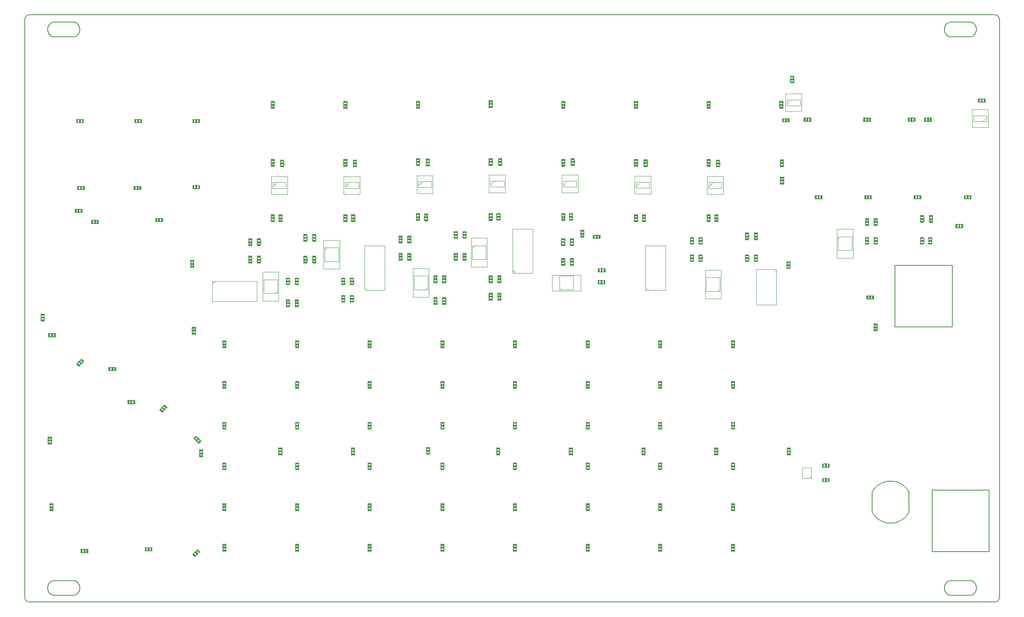
<source format=gbr>
G04 DipTrace 3.3.1.1*
G04 BottomAssy.gbr*
%MOIN*%
G04 #@! TF.FileFunction,Drawing,Bot*
G04 #@! TF.Part,Single*
%ADD11C,0.005512*%
%ADD15C,0.007874*%
%ADD17C,0.003937*%
%ADD28C,0.001969*%
%ADD43C,0.006*%
%FSLAX26Y26*%
G04*
G70*
G90*
G75*
G01*
G04 BotAssy*
%LPD*%
X-1918813Y2866978D2*
D17*
X-2092053D1*
Y2560190D1*
X-1918813D1*
Y2866978D1*
Y2841623D2*
X-1944454Y2866978D1*
X-1616969Y1066738D2*
Y1157277D1*
X-1695630D1*
Y1066738D1*
X-1616969D1*
X-1636634D2*
X-1616969Y1086380D1*
X-4907874Y2625986D2*
D28*
Y2874017D1*
X-5045669D1*
Y2625986D1*
X-4907874D1*
X-4917713Y2690945D2*
D17*
Y2809058D1*
X-5035831D1*
Y2690945D1*
X-4917713D1*
X-4937404D2*
X-4917713Y2710639D1*
X-3848425Y2681104D2*
D28*
X-3600394D1*
Y2818899D1*
X-3848425D1*
Y2681104D1*
X-3783466Y2690942D2*
D17*
X-3665353D1*
Y2809060D1*
X-3783466D1*
Y2690942D1*
Y2710633D2*
X-3763772Y2690942D1*
X-4545669Y3136516D2*
D28*
Y2888484D1*
X-4407874D1*
Y3136516D1*
X-4545669D1*
X-4535831Y3071556D2*
D17*
Y2953444D1*
X-4417713D1*
Y3071556D1*
X-4535831D1*
X-4516140D2*
X-4535831Y3051863D1*
X-2395374Y2613487D2*
D28*
Y2861518D1*
X-2533169D1*
Y2613487D1*
X-2395374D1*
X-2405213Y2678446D2*
D17*
Y2796559D1*
X-2523331D1*
Y2678446D1*
X-2405213D1*
X-2424904D2*
X-2405213Y2698140D1*
X-6201623Y2594736D2*
D28*
Y2842768D1*
X-6339419D1*
Y2594736D1*
X-6201623D1*
X-6211462Y2659696D2*
D17*
Y2777808D1*
X-6329580D1*
Y2659696D1*
X-6211462D1*
X-6231153D2*
X-6211462Y2679389D1*
X-5814420Y3117766D2*
D28*
Y2869735D1*
X-5676625D1*
Y3117766D1*
X-5814420D1*
X-5804581Y3052807D2*
D17*
Y2934694D1*
X-5686463D1*
Y3052807D1*
X-5804581D1*
X-5784890D2*
X-5804581Y3033113D1*
X-1397787Y3213043D2*
D28*
Y2965012D1*
X-1259992D1*
Y3213043D1*
X-1397787D1*
X-1387949Y3148084D2*
D17*
Y3029971D1*
X-1269831D1*
Y3148084D1*
X-1387949D1*
X-1368258D2*
X-1387949Y3128390D1*
X-5460223Y2687895D2*
X-5286982D1*
Y3069785D1*
X-5460223D1*
Y2687895D1*
Y2713482D2*
X-5434581Y2687895D1*
X-4189455Y2833663D2*
X-4016214D1*
Y3215552D1*
X-4189455D1*
Y2833663D1*
Y2859249D2*
X-4163813Y2833663D1*
X-3043786Y2687993D2*
X-2870545D1*
Y3069883D1*
X-3043786D1*
Y2687993D1*
Y2713580D2*
X-3018144Y2687993D1*
X-6770127Y2764702D2*
Y2591461D1*
X-6388238D1*
Y2764702D1*
X-6770127D1*
X-6744541D2*
X-6770127Y2739060D1*
X-6265108Y3667029D2*
D28*
Y3513486D1*
X-6125738D1*
Y3667029D1*
X-6265108D1*
X-6252899Y3615853D2*
D17*
Y3564662D1*
X-6137946D1*
Y3615853D1*
X-6252899D1*
X-6215311D2*
X-6252899Y3578250D1*
X-5640108Y3667029D2*
D28*
Y3513486D1*
X-5500738D1*
Y3667029D1*
X-5640108D1*
X-5627899Y3615853D2*
D17*
Y3564662D1*
X-5512946D1*
Y3615853D1*
X-5627899D1*
X-5590311D2*
X-5627899Y3578250D1*
X-5012892Y3675495D2*
D28*
Y3521951D1*
X-4873522D1*
Y3675495D1*
X-5012892D1*
X-5000684Y3624319D2*
D17*
Y3573127D1*
X-4885731D1*
Y3624319D1*
X-5000684D1*
X-4963095D2*
X-5000684Y3586716D1*
X-4390108Y3679529D2*
D28*
Y3525986D1*
X-4250738D1*
Y3679529D1*
X-4390108D1*
X-4377899Y3628353D2*
D17*
Y3577162D1*
X-4262946D1*
Y3628353D1*
X-4377899D1*
X-4340311D2*
X-4377899Y3590750D1*
X-3765108Y3679529D2*
D28*
Y3525986D1*
X-3625738D1*
Y3679529D1*
X-3765108D1*
X-3752899Y3628353D2*
D17*
Y3577162D1*
X-3637946D1*
Y3628353D1*
X-3752899D1*
X-3715311D2*
X-3752899Y3590750D1*
X-3137894Y3669244D2*
D28*
Y3515701D1*
X-2998524D1*
Y3669244D1*
X-3137894D1*
X-3125685Y3618068D2*
D17*
Y3566877D1*
X-3010732D1*
Y3618068D1*
X-3125685D1*
X-3088097D2*
X-3125685Y3580465D1*
X-2515109Y3667029D2*
D28*
Y3513486D1*
X-2375739D1*
Y3667029D1*
X-2515109D1*
X-2502900Y3615853D2*
D17*
Y3564662D1*
X-2387948D1*
Y3615853D1*
X-2502900D1*
X-2465312D2*
X-2502900Y3578250D1*
X-1840108Y4379529D2*
D28*
Y4225986D1*
X-1700738D1*
Y4379529D1*
X-1840108D1*
X-1827899Y4328353D2*
D17*
Y4277162D1*
X-1712946D1*
Y4328353D1*
X-1827899D1*
X-1790311D2*
X-1827899Y4290750D1*
X-94685Y4089224D2*
D28*
Y4242768D1*
X-234055D1*
Y4089224D1*
X-94685D1*
X-106894Y4140400D2*
D17*
Y4191592D1*
X-221846D1*
Y4140400D1*
X-106894D1*
X-144482D2*
X-106894Y4178003D1*
X-1828286Y2885207D2*
D43*
Y2919223D1*
X-1800257D2*
Y2885207D1*
G36*
X-1831270Y2919212D2*
X-1797274D1*
Y2935210D1*
X-1831270D1*
Y2919212D1*
G37*
G36*
Y2869220D2*
X-1797274D1*
Y2885218D1*
X-1831270D1*
Y2869220D1*
G37*
G36*
X-1830022Y2894349D2*
X-1798521D1*
Y2910081D1*
X-1830022D1*
Y2894349D1*
G37*
X-1510315Y1064015D2*
D43*
X-1476299D1*
Y1035987D2*
X-1510315D1*
G36*
X-1476310Y1066999D2*
X-1460312D1*
Y1033003D1*
X-1476310D1*
Y1066999D1*
G37*
G36*
X-1526302D2*
X-1510304D1*
Y1033003D1*
X-1526302D1*
Y1066999D1*
G37*
G36*
X-1501173Y1065752D2*
X-1485441D1*
Y1034251D1*
X-1501173D1*
Y1065752D1*
G37*
X-1510315Y1189015D2*
D43*
X-1476299D1*
Y1160987D2*
X-1510315D1*
G36*
X-1476310Y1191999D2*
X-1460312D1*
Y1158003D1*
X-1476310D1*
Y1191999D1*
G37*
G36*
X-1526302D2*
X-1510304D1*
Y1158003D1*
X-1526302D1*
Y1191999D1*
G37*
G36*
X-1501173Y1190752D2*
X-1485441D1*
Y1159251D1*
X-1501173D1*
Y1190752D1*
G37*
X-6265786Y3291458D2*
D43*
Y3325474D1*
X-6237757D2*
Y3291458D1*
G36*
X-6268770Y3325463D2*
X-6234774D1*
Y3341461D1*
X-6268770D1*
Y3325463D1*
G37*
G36*
Y3275471D2*
X-6234774D1*
Y3291469D1*
X-6268770D1*
Y3275471D1*
G37*
G36*
X-6267522Y3300600D2*
X-6236021D1*
Y3316332D1*
X-6267522D1*
Y3300600D1*
G37*
X-5640786Y3291458D2*
D43*
Y3325474D1*
X-5612757D2*
Y3291458D1*
G36*
X-5643770Y3325463D2*
X-5609774D1*
Y3341461D1*
X-5643770D1*
Y3325463D1*
G37*
G36*
Y3275471D2*
X-5609774D1*
Y3291469D1*
X-5643770D1*
Y3275471D1*
G37*
G36*
X-5642522Y3300600D2*
X-5611021D1*
Y3316332D1*
X-5642522D1*
Y3300600D1*
G37*
X-5015786Y3299529D2*
D43*
Y3333545D1*
X-4987757D2*
Y3299529D1*
G36*
X-5018770Y3333534D2*
X-4984774D1*
Y3349532D1*
X-5018770D1*
Y3333534D1*
G37*
G36*
Y3283541D2*
X-4984774D1*
Y3299540D1*
X-5018770D1*
Y3283541D1*
G37*
G36*
X-5017522Y3308671D2*
X-4986021D1*
Y3324403D1*
X-5017522D1*
Y3308671D1*
G37*
X-4390786Y3299529D2*
D43*
Y3333545D1*
X-4362757D2*
Y3299529D1*
G36*
X-4393770Y3333534D2*
X-4359774D1*
Y3349532D1*
X-4393770D1*
Y3333534D1*
G37*
G36*
Y3283541D2*
X-4359774D1*
Y3299540D1*
X-4393770D1*
Y3283541D1*
G37*
G36*
X-4392522Y3308671D2*
X-4361021D1*
Y3324403D1*
X-4392522D1*
Y3308671D1*
G37*
X-1078975Y2349135D2*
D43*
Y2383151D1*
X-1050946D2*
Y2349135D1*
G36*
X-1081959Y2383140D2*
X-1047963D1*
Y2399138D1*
X-1081959D1*
Y2383140D1*
G37*
G36*
Y2333148D2*
X-1047963D1*
Y2349146D1*
X-1081959D1*
Y2333148D1*
G37*
G36*
X-1080711Y2358277D2*
X-1049210D1*
Y2374009D1*
X-1080711D1*
Y2358277D1*
G37*
X-1129213Y2638031D2*
D43*
X-1095197D1*
Y2610003D2*
X-1129213D1*
G36*
X-1095207Y2641015D2*
X-1079209D1*
Y2607019D1*
X-1095207D1*
Y2641015D1*
G37*
G36*
X-1145200D2*
X-1129202D1*
Y2607019D1*
X-1145200D1*
Y2641015D1*
G37*
G36*
X-1120071Y2639768D2*
X-1104339D1*
Y2608266D1*
X-1120071D1*
Y2639768D1*
G37*
X-362087Y3252942D2*
D43*
X-328071D1*
Y3224914D2*
X-362087D1*
G36*
X-328081Y3255926D2*
X-312083D1*
Y3221930D1*
X-328081D1*
Y3255926D1*
G37*
G36*
X-378074D2*
X-362076D1*
Y3221930D1*
X-378074D1*
Y3255926D1*
G37*
G36*
X-352945Y3254679D2*
X-337213D1*
Y3223177D1*
X-352945D1*
Y3254679D1*
G37*
X-3765786Y3299529D2*
D43*
Y3333545D1*
X-3737757D2*
Y3299529D1*
G36*
X-3768770Y3333534D2*
X-3734774D1*
Y3349532D1*
X-3768770D1*
Y3333534D1*
G37*
G36*
Y3283541D2*
X-3734774D1*
Y3299540D1*
X-3768770D1*
Y3283541D1*
G37*
G36*
X-3767522Y3308671D2*
X-3736021D1*
Y3324403D1*
X-3767522D1*
Y3308671D1*
G37*
X-3140786Y3291458D2*
D43*
Y3325474D1*
X-3112757D2*
Y3291458D1*
G36*
X-3143770Y3325463D2*
X-3109774D1*
Y3341461D1*
X-3143770D1*
Y3325463D1*
G37*
G36*
Y3275471D2*
X-3109774D1*
Y3291469D1*
X-3143770D1*
Y3275471D1*
G37*
G36*
X-3142522Y3300600D2*
X-3111021D1*
Y3316332D1*
X-3142522D1*
Y3300600D1*
G37*
X-2515786Y3291458D2*
D43*
Y3325474D1*
X-2487757D2*
Y3291458D1*
G36*
X-2518770Y3325463D2*
X-2484774D1*
Y3341461D1*
X-2518770D1*
Y3325463D1*
G37*
G36*
Y3275471D2*
X-2484774D1*
Y3291469D1*
X-2518770D1*
Y3275471D1*
G37*
G36*
X-2517522Y3300600D2*
X-2486021D1*
Y3316332D1*
X-2517522D1*
Y3300600D1*
G37*
X-1856065Y3648899D2*
D43*
Y3614883D1*
X-1884093D2*
Y3648899D1*
G36*
X-1853081Y3614894D2*
X-1887077D1*
Y3598896D1*
X-1853081D1*
Y3614894D1*
G37*
G36*
Y3664886D2*
X-1887077D1*
Y3648888D1*
X-1853081D1*
Y3664886D1*
G37*
G36*
X-1854328Y3639757D2*
X-1885830D1*
Y3624025D1*
X-1854328D1*
Y3639757D1*
G37*
X-630787Y4169429D2*
D43*
X-596772D1*
Y4141401D2*
X-630787D1*
G36*
X-596782Y4172413D2*
X-580784D1*
Y4138417D1*
X-596782D1*
Y4172413D1*
G37*
G36*
X-646775D2*
X-630777D1*
Y4138417D1*
X-646775D1*
Y4172413D1*
G37*
G36*
X-621646Y4171165D2*
X-605913D1*
Y4139664D1*
X-621646D1*
Y4171165D1*
G37*
X-1537715Y3473881D2*
D43*
X-1571731D1*
Y3501909D2*
X-1537715D1*
G36*
X-1571720Y3470897D2*
X-1587718D1*
Y3504893D1*
X-1571720D1*
Y3470897D1*
G37*
G36*
X-1521728D2*
X-1537726D1*
Y3504893D1*
X-1521728D1*
Y3470897D1*
G37*
G36*
X-1546857Y3472144D2*
X-1562589D1*
Y3503646D1*
X-1546857D1*
Y3472144D1*
G37*
X-687715Y3473881D2*
D43*
X-721731D1*
Y3501909D2*
X-687715D1*
G36*
X-721720Y3470897D2*
X-737718D1*
Y3504893D1*
X-721720D1*
Y3470897D1*
G37*
G36*
X-671728D2*
X-687726D1*
Y3504893D1*
X-671728D1*
Y3470897D1*
G37*
G36*
X-696857Y3472144D2*
X-712589D1*
Y3503646D1*
X-696857D1*
Y3472144D1*
G37*
X-7893228Y4130082D2*
D43*
X-7927244D1*
Y4158110D2*
X-7893228D1*
G36*
X-7927233Y4127098D2*
X-7943231D1*
Y4161094D1*
X-7927233D1*
Y4127098D1*
G37*
G36*
X-7877241D2*
X-7893239D1*
Y4161094D1*
X-7877241D1*
Y4127098D1*
G37*
G36*
X-7902370Y4128345D2*
X-7918102D1*
Y4159847D1*
X-7902370D1*
Y4128345D1*
G37*
X-7884764Y3552523D2*
D43*
X-7918780D1*
Y3580551D2*
X-7884764D1*
G36*
X-7918769Y3549539D2*
X-7934767D1*
Y3583535D1*
X-7918769D1*
Y3549539D1*
G37*
G36*
X-7868776D2*
X-7884774D1*
Y3583535D1*
X-7868776D1*
Y3549539D1*
G37*
G36*
X-7893906Y3550786D2*
X-7909638D1*
Y3582288D1*
X-7893906D1*
Y3550786D1*
G37*
X-7393228Y4130082D2*
D43*
X-7427244D1*
Y4158110D2*
X-7393228D1*
G36*
X-7427233Y4127098D2*
X-7443231D1*
Y4161094D1*
X-7427233D1*
Y4127098D1*
G37*
G36*
X-7377241D2*
X-7393239D1*
Y4161094D1*
X-7377241D1*
Y4127098D1*
G37*
G36*
X-7402370Y4128345D2*
X-7418102D1*
Y4159847D1*
X-7402370D1*
Y4128345D1*
G37*
X-7397264Y3552523D2*
D43*
X-7431280D1*
Y3580551D2*
X-7397264D1*
G36*
X-7431269Y3549539D2*
X-7447267D1*
Y3583535D1*
X-7431269D1*
Y3549539D1*
G37*
G36*
X-7381276D2*
X-7397274D1*
Y3583535D1*
X-7381276D1*
Y3549539D1*
G37*
G36*
X-7406406Y3550786D2*
X-7422138D1*
Y3582288D1*
X-7406406D1*
Y3550786D1*
G37*
X-6265786Y3766458D2*
D43*
Y3800474D1*
X-6237757D2*
Y3766458D1*
G36*
X-6268770Y3800463D2*
X-6234774D1*
Y3816461D1*
X-6268770D1*
Y3800463D1*
G37*
G36*
Y3750471D2*
X-6234774D1*
Y3766469D1*
X-6268770D1*
Y3750471D1*
G37*
G36*
X-6267522Y3775600D2*
X-6236021D1*
Y3791332D1*
X-6267522D1*
Y3775600D1*
G37*
X-5640786Y3766458D2*
D43*
Y3800474D1*
X-5612757D2*
Y3766458D1*
G36*
X-5643770Y3800463D2*
X-5609774D1*
Y3816461D1*
X-5643770D1*
Y3800463D1*
G37*
G36*
Y3750471D2*
X-5609774D1*
Y3766469D1*
X-5643770D1*
Y3750471D1*
G37*
G36*
X-5642522Y3775600D2*
X-5611021D1*
Y3791332D1*
X-5642522D1*
Y3775600D1*
G37*
X-5015786Y3774529D2*
D43*
Y3808545D1*
X-4987757D2*
Y3774529D1*
G36*
X-5018770Y3808534D2*
X-4984774D1*
Y3824532D1*
X-5018770D1*
Y3808534D1*
G37*
G36*
Y3758541D2*
X-4984774D1*
Y3774540D1*
X-5018770D1*
Y3758541D1*
G37*
G36*
X-5017522Y3783671D2*
X-4986021D1*
Y3799403D1*
X-5017522D1*
Y3783671D1*
G37*
X-4390786Y3774529D2*
D43*
Y3808545D1*
X-4362757D2*
Y3774529D1*
G36*
X-4393770Y3808534D2*
X-4359774D1*
Y3824532D1*
X-4393770D1*
Y3808534D1*
G37*
G36*
Y3758541D2*
X-4359774D1*
Y3774540D1*
X-4393770D1*
Y3758541D1*
G37*
G36*
X-4392522Y3783671D2*
X-4361021D1*
Y3799403D1*
X-4392522D1*
Y3783671D1*
G37*
X-6265786Y4266458D2*
D43*
Y4300474D1*
X-6237757D2*
Y4266458D1*
G36*
X-6268770Y4300463D2*
X-6234774D1*
Y4316461D1*
X-6268770D1*
Y4300463D1*
G37*
G36*
Y4250471D2*
X-6234774D1*
Y4266469D1*
X-6268770D1*
Y4250471D1*
G37*
G36*
X-6267522Y4275600D2*
X-6236021D1*
Y4291332D1*
X-6267522D1*
Y4275600D1*
G37*
X-5640786Y4266458D2*
D43*
Y4300474D1*
X-5612757D2*
Y4266458D1*
G36*
X-5643770Y4300463D2*
X-5609774D1*
Y4316461D1*
X-5643770D1*
Y4300463D1*
G37*
G36*
Y4250471D2*
X-5609774D1*
Y4266469D1*
X-5643770D1*
Y4250471D1*
G37*
G36*
X-5642522Y4275600D2*
X-5611021D1*
Y4291332D1*
X-5642522D1*
Y4275600D1*
G37*
X-5015786Y4266458D2*
D43*
Y4300474D1*
X-4987757D2*
Y4266458D1*
G36*
X-5018770Y4300463D2*
X-4984774D1*
Y4316461D1*
X-5018770D1*
Y4300463D1*
G37*
G36*
Y4250471D2*
X-4984774D1*
Y4266469D1*
X-5018770D1*
Y4250471D1*
G37*
G36*
X-5017522Y4275600D2*
X-4986021D1*
Y4291332D1*
X-5017522D1*
Y4275600D1*
G37*
X-4390786Y4274529D2*
D43*
Y4308545D1*
X-4362757D2*
Y4274529D1*
G36*
X-4393770Y4308534D2*
X-4359774D1*
Y4324532D1*
X-4393770D1*
Y4308534D1*
G37*
G36*
Y4258541D2*
X-4359774D1*
Y4274540D1*
X-4393770D1*
Y4258541D1*
G37*
G36*
X-4392522Y4283671D2*
X-4361021D1*
Y4299403D1*
X-4392522D1*
Y4283671D1*
G37*
X-1112715Y3473881D2*
D43*
X-1146731D1*
Y3501909D2*
X-1112715D1*
G36*
X-1146720Y3470897D2*
X-1162718D1*
Y3504893D1*
X-1146720D1*
Y3470897D1*
G37*
G36*
X-1096728D2*
X-1112726D1*
Y3504893D1*
X-1096728D1*
Y3470897D1*
G37*
G36*
X-1121857Y3472144D2*
X-1137589D1*
Y3503646D1*
X-1121857D1*
Y3472144D1*
G37*
X-256465Y3473880D2*
D43*
X-290480D1*
Y3501908D2*
X-256465D1*
G36*
X-290470Y3470896D2*
X-306468D1*
Y3504892D1*
X-290470D1*
Y3470896D1*
G37*
G36*
X-240477D2*
X-256475D1*
Y3504892D1*
X-240477D1*
Y3470896D1*
G37*
G36*
X-265606Y3472143D2*
X-281339D1*
Y3503644D1*
X-265606D1*
Y3472143D1*
G37*
X-1669567Y4169429D2*
D43*
X-1635551D1*
Y4141401D2*
X-1669567D1*
G36*
X-1635562Y4172413D2*
X-1619564D1*
Y4138417D1*
X-1635562D1*
Y4172413D1*
G37*
G36*
X-1685554D2*
X-1669556D1*
Y4138417D1*
X-1685554D1*
Y4172413D1*
G37*
G36*
X-1660425Y4171165D2*
X-1644693D1*
Y4139664D1*
X-1660425D1*
Y4171165D1*
G37*
X-1154213Y4169429D2*
D43*
X-1120197D1*
Y4141401D2*
X-1154213D1*
G36*
X-1120207Y4172413D2*
X-1104209D1*
Y4138417D1*
X-1120207D1*
Y4172413D1*
G37*
G36*
X-1170200D2*
X-1154202D1*
Y4138417D1*
X-1170200D1*
Y4172413D1*
G37*
G36*
X-1145071Y4171165D2*
X-1129339D1*
Y4139664D1*
X-1145071D1*
Y4171165D1*
G37*
X-6893228Y4130082D2*
D43*
X-6927244D1*
Y4158110D2*
X-6893228D1*
G36*
X-6927233Y4127098D2*
X-6943231D1*
Y4161094D1*
X-6927233D1*
Y4127098D1*
G37*
G36*
X-6877241D2*
X-6893239D1*
Y4161094D1*
X-6877241D1*
Y4127098D1*
G37*
G36*
X-6902370Y4128345D2*
X-6918102D1*
Y4159847D1*
X-6902370D1*
Y4128345D1*
G37*
X-6893228Y3560987D2*
D43*
X-6927244D1*
Y3589015D2*
X-6893228D1*
G36*
X-6927233Y3558003D2*
X-6943231D1*
Y3591999D1*
X-6927233D1*
Y3558003D1*
G37*
G36*
X-6877241D2*
X-6893239D1*
Y3591999D1*
X-6877241D1*
Y3558003D1*
G37*
G36*
X-6902370Y3559251D2*
X-6918102D1*
Y3590752D1*
X-6902370D1*
Y3559251D1*
G37*
X-3765786Y3766458D2*
D43*
Y3800474D1*
X-3737757D2*
Y3766458D1*
G36*
X-3768770Y3800463D2*
X-3734774D1*
Y3816461D1*
X-3768770D1*
Y3800463D1*
G37*
G36*
Y3750471D2*
X-3734774D1*
Y3766469D1*
X-3768770D1*
Y3750471D1*
G37*
G36*
X-3767522Y3775600D2*
X-3736021D1*
Y3791332D1*
X-3767522D1*
Y3775600D1*
G37*
X-3140786Y3766458D2*
D43*
Y3800474D1*
X-3112757D2*
Y3766458D1*
G36*
X-3143770Y3800463D2*
X-3109774D1*
Y3816461D1*
X-3143770D1*
Y3800463D1*
G37*
G36*
Y3750471D2*
X-3109774D1*
Y3766469D1*
X-3143770D1*
Y3750471D1*
G37*
G36*
X-3142522Y3775600D2*
X-3111021D1*
Y3791332D1*
X-3142522D1*
Y3775600D1*
G37*
X-2515786Y3766458D2*
D43*
Y3800474D1*
X-2487757D2*
Y3766458D1*
G36*
X-2518770Y3800463D2*
X-2484774D1*
Y3816461D1*
X-2518770D1*
Y3800463D1*
G37*
G36*
Y3750471D2*
X-2484774D1*
Y3766469D1*
X-2518770D1*
Y3750471D1*
G37*
G36*
X-2517522Y3775600D2*
X-2486021D1*
Y3791332D1*
X-2517522D1*
Y3775600D1*
G37*
X-1886061Y3764490D2*
D43*
Y3798505D1*
X-1858033D2*
Y3764490D1*
G36*
X-1889045Y3798495D2*
X-1855049D1*
Y3814493D1*
X-1889045D1*
Y3798495D1*
G37*
G36*
Y3748502D2*
X-1855049D1*
Y3764500D1*
X-1889045D1*
Y3748502D1*
G37*
G36*
X-1887798Y3773631D2*
X-1856296D1*
Y3789364D1*
X-1887798D1*
Y3773631D1*
G37*
X-3765786Y4266458D2*
D43*
Y4300474D1*
X-3737757D2*
Y4266458D1*
G36*
X-3768770Y4300463D2*
X-3734774D1*
Y4316461D1*
X-3768770D1*
Y4300463D1*
G37*
G36*
Y4250471D2*
X-3734774D1*
Y4266469D1*
X-3768770D1*
Y4250471D1*
G37*
G36*
X-3767522Y4275600D2*
X-3736021D1*
Y4291332D1*
X-3767522D1*
Y4275600D1*
G37*
X-3140786Y4266458D2*
D43*
Y4300474D1*
X-3112757D2*
Y4266458D1*
G36*
X-3143770Y4300463D2*
X-3109774D1*
Y4316461D1*
X-3143770D1*
Y4300463D1*
G37*
G36*
Y4250471D2*
X-3109774D1*
Y4266469D1*
X-3143770D1*
Y4250471D1*
G37*
G36*
X-3142522Y4275600D2*
X-3111021D1*
Y4291332D1*
X-3142522D1*
Y4275600D1*
G37*
X-2515786Y4266458D2*
D43*
Y4300474D1*
X-2487757D2*
Y4266458D1*
G36*
X-2518770Y4300463D2*
X-2484774D1*
Y4316461D1*
X-2518770D1*
Y4300463D1*
G37*
G36*
Y4250471D2*
X-2484774D1*
Y4266469D1*
X-2518770D1*
Y4250471D1*
G37*
G36*
X-2517522Y4275600D2*
X-2486021D1*
Y4291332D1*
X-2517522D1*
Y4275600D1*
G37*
X-1890786Y4266458D2*
D43*
Y4300474D1*
X-1862757D2*
Y4266458D1*
G36*
X-1893770Y4300463D2*
X-1859774D1*
Y4316461D1*
X-1893770D1*
Y4300463D1*
G37*
G36*
Y4250471D2*
X-1859774D1*
Y4266469D1*
X-1893770D1*
Y4250471D1*
G37*
G36*
X-1892522Y4275600D2*
X-1861021D1*
Y4291332D1*
X-1892522D1*
Y4275600D1*
G37*
X-4690786Y2957993D2*
D43*
Y2992009D1*
X-4662757D2*
Y2957993D1*
G36*
X-4693770Y2991999D2*
X-4659774D1*
Y3007997D1*
X-4693770D1*
Y2991999D1*
G37*
G36*
Y2942006D2*
X-4659774D1*
Y2958004D1*
X-4693770D1*
Y2942006D1*
G37*
G36*
X-4692522Y2967135D2*
X-4661021D1*
Y2982867D1*
X-4692522D1*
Y2967135D1*
G37*
X-3404252Y2844255D2*
D43*
X-3438268D1*
Y2872283D2*
X-3404252D1*
G36*
X-3438257Y2841271D2*
X-3454255D1*
Y2875267D1*
X-3438257D1*
Y2841271D1*
G37*
G36*
X-3388265D2*
X-3404263D1*
Y2875267D1*
X-3388265D1*
Y2841271D1*
G37*
G36*
X-3413394Y2842518D2*
X-3429126D1*
Y2874020D1*
X-3413394D1*
Y2842518D1*
G37*
X-4762757Y2798259D2*
D43*
Y2764243D1*
X-4790786D2*
Y2798259D1*
G36*
X-4759774Y2764253D2*
X-4793770D1*
Y2748255D1*
X-4759774D1*
Y2764253D1*
G37*
G36*
Y2814246D2*
X-4793770D1*
Y2798248D1*
X-4759774D1*
Y2814246D1*
G37*
G36*
X-4761021Y2789117D2*
X-4792522D1*
Y2773385D1*
X-4761021D1*
Y2789117D1*
G37*
X-2184535Y2945495D2*
D43*
Y2979510D1*
X-2156507D2*
Y2945495D1*
G36*
X-2187519Y2979500D2*
X-2153523D1*
Y2995498D1*
X-2187519D1*
Y2979500D1*
G37*
G36*
Y2929507D2*
X-2153523D1*
Y2945505D1*
X-2187519D1*
Y2929507D1*
G37*
G36*
X-2186272Y2954636D2*
X-2154770D1*
Y2970369D1*
X-2186272D1*
Y2954636D1*
G37*
X-5984535Y2932992D2*
D43*
Y2967008D1*
X-5956507D2*
Y2932992D1*
G36*
X-5987519Y2966997D2*
X-5953523D1*
Y2982995D1*
X-5987519D1*
Y2966997D1*
G37*
G36*
Y2917005D2*
X-5953523D1*
Y2933003D1*
X-5987519D1*
Y2917005D1*
G37*
G36*
X-5986272Y2942134D2*
X-5954770D1*
Y2957866D1*
X-5986272D1*
Y2942134D1*
G37*
X-6031507Y2779509D2*
D43*
Y2745493D1*
X-6059535D2*
Y2779509D1*
G36*
X-6028523Y2745504D2*
X-6062519D1*
Y2729506D1*
X-6028523D1*
Y2745504D1*
G37*
G36*
Y2795497D2*
X-6062519D1*
Y2779499D1*
X-6028523D1*
Y2795497D1*
G37*
G36*
X-6029770Y2770367D2*
X-6061272D1*
Y2754635D1*
X-6029770D1*
Y2770367D1*
G37*
X-677892Y3095493D2*
D43*
Y3129509D1*
X-649864D2*
Y3095493D1*
G36*
X-680876Y3129499D2*
X-646880D1*
Y3145497D1*
X-680876D1*
Y3129499D1*
G37*
G36*
Y3079506D2*
X-646880D1*
Y3095504D1*
X-680876D1*
Y3079506D1*
G37*
G36*
X-679629Y3104635D2*
X-648127D1*
Y3120367D1*
X-679629D1*
Y3104635D1*
G37*
X-4587757Y2992009D2*
D43*
Y2957993D1*
X-4615786D2*
Y2992009D1*
G36*
X-4584774Y2958004D2*
X-4618770D1*
Y2942006D1*
X-4584774D1*
Y2958004D1*
G37*
G36*
Y3007997D2*
X-4618770D1*
Y2991999D1*
X-4584774D1*
Y3007997D1*
G37*
G36*
X-4586021Y2982867D2*
X-4617522D1*
Y2967135D1*
X-4586021D1*
Y2982867D1*
G37*
X-3440236Y2769921D2*
D43*
X-3406220D1*
Y2741893D2*
X-3440236D1*
G36*
X-3406231Y2772905D2*
X-3390233D1*
Y2738909D1*
X-3406231D1*
Y2772905D1*
G37*
G36*
X-3456224D2*
X-3440226D1*
Y2738909D1*
X-3456224D1*
Y2772905D1*
G37*
G36*
X-3431094Y2771658D2*
X-3415362D1*
Y2740156D1*
X-3431094D1*
Y2771658D1*
G37*
X-4865786Y2764243D2*
D43*
Y2798259D1*
X-4837757D2*
Y2764243D1*
G36*
X-4868770Y2798248D2*
X-4834774D1*
Y2814246D1*
X-4868770D1*
Y2798248D1*
G37*
G36*
Y2748255D2*
X-4834774D1*
Y2764253D1*
X-4868770D1*
Y2748255D1*
G37*
G36*
X-4867522Y2773385D2*
X-4836021D1*
Y2789117D1*
X-4867522D1*
Y2773385D1*
G37*
X-2081507Y2979510D2*
D43*
Y2945495D1*
X-2109535D2*
Y2979510D1*
G36*
X-2078523Y2945505D2*
X-2112519D1*
Y2929507D1*
X-2078523D1*
Y2945505D1*
G37*
G36*
Y2995498D2*
X-2112519D1*
Y2979500D1*
X-2078523D1*
Y2995498D1*
G37*
G36*
X-2079770Y2970369D2*
X-2111272D1*
Y2954636D1*
X-2079770D1*
Y2970369D1*
G37*
X-5881508Y2967008D2*
D43*
Y2932992D1*
X-5909536D2*
Y2967008D1*
G36*
X-5878524Y2933003D2*
X-5912520D1*
Y2917005D1*
X-5878524D1*
Y2933003D1*
G37*
G36*
Y2982995D2*
X-5912520D1*
Y2966997D1*
X-5878524D1*
Y2982995D1*
G37*
G36*
X-5879772Y2957866D2*
X-5911273D1*
Y2942134D1*
X-5879772D1*
Y2957866D1*
G37*
X-6134535Y2745493D2*
D43*
Y2779509D1*
X-6106507D2*
Y2745493D1*
G36*
X-6137519Y2779499D2*
X-6103523D1*
Y2795497D1*
X-6137519D1*
Y2779499D1*
G37*
G36*
Y2729506D2*
X-6103523D1*
Y2745504D1*
X-6137519D1*
Y2729506D1*
G37*
G36*
X-6136272Y2754635D2*
X-6104770D1*
Y2770367D1*
X-6136272D1*
Y2754635D1*
G37*
X-581114Y3129509D2*
D43*
Y3095493D1*
X-609143D2*
Y3129509D1*
G36*
X-578131Y3095504D2*
X-612127D1*
Y3079506D1*
X-578131D1*
Y3095504D1*
G37*
G36*
Y3145497D2*
X-612127D1*
Y3129499D1*
X-578131D1*
Y3145497D1*
G37*
G36*
X-579378Y3120367D2*
X-610879D1*
Y3104635D1*
X-579378D1*
Y3120367D1*
G37*
X-6200483Y1280268D2*
D43*
Y1314283D1*
X-6172454D2*
Y1280268D1*
G36*
X-6203467Y1314273D2*
X-6169470D1*
Y1330271D1*
X-6203467D1*
Y1314273D1*
G37*
G36*
Y1264280D2*
X-6169470D1*
Y1280278D1*
X-6203467D1*
Y1264280D1*
G37*
G36*
X-6202219Y1289409D2*
X-6170718D1*
Y1305142D1*
X-6202219D1*
Y1289409D1*
G37*
X-5575483Y1280268D2*
D43*
Y1314283D1*
X-5547454D2*
Y1280268D1*
G36*
X-5578467Y1314273D2*
X-5544470D1*
Y1330271D1*
X-5578467D1*
Y1314273D1*
G37*
G36*
Y1264280D2*
X-5544470D1*
Y1280278D1*
X-5578467D1*
Y1264280D1*
G37*
G36*
X-5577219Y1289409D2*
X-5545718D1*
Y1305142D1*
X-5577219D1*
Y1289409D1*
G37*
X-4928286Y1285206D2*
D43*
Y1319222D1*
X-4900257D2*
Y1285206D1*
G36*
X-4931270Y1319211D2*
X-4897274D1*
Y1335209D1*
X-4931270D1*
Y1319211D1*
G37*
G36*
Y1269219D2*
X-4897274D1*
Y1285217D1*
X-4931270D1*
Y1269219D1*
G37*
G36*
X-4930022Y1294348D2*
X-4898521D1*
Y1310080D1*
X-4930022D1*
Y1294348D1*
G37*
X-4325483Y1280268D2*
D43*
Y1314283D1*
X-4297454D2*
Y1280268D1*
G36*
X-4328467Y1314273D2*
X-4294470D1*
Y1330271D1*
X-4328467D1*
Y1314273D1*
G37*
G36*
Y1264280D2*
X-4294470D1*
Y1280278D1*
X-4328467D1*
Y1264280D1*
G37*
G36*
X-4327219Y1289409D2*
X-4295718D1*
Y1305142D1*
X-4327219D1*
Y1289409D1*
G37*
X-3700483Y1280268D2*
D43*
Y1314283D1*
X-3672454D2*
Y1280268D1*
G36*
X-3703467Y1314273D2*
X-3669470D1*
Y1330271D1*
X-3703467D1*
Y1314273D1*
G37*
G36*
Y1264280D2*
X-3669470D1*
Y1280278D1*
X-3703467D1*
Y1264280D1*
G37*
G36*
X-3702219Y1289409D2*
X-3670718D1*
Y1305142D1*
X-3702219D1*
Y1289409D1*
G37*
X-3075483Y1280268D2*
D43*
Y1314283D1*
X-3047454D2*
Y1280268D1*
G36*
X-3078467Y1314273D2*
X-3044470D1*
Y1330271D1*
X-3078467D1*
Y1314273D1*
G37*
G36*
Y1264280D2*
X-3044470D1*
Y1280278D1*
X-3078467D1*
Y1264280D1*
G37*
G36*
X-3077219Y1289409D2*
X-3045718D1*
Y1305142D1*
X-3077219D1*
Y1289409D1*
G37*
X-2450483Y1280268D2*
D43*
Y1314283D1*
X-2422454D2*
Y1280268D1*
G36*
X-2453467Y1314273D2*
X-2419470D1*
Y1330271D1*
X-2453467D1*
Y1314273D1*
G37*
G36*
Y1264280D2*
X-2419470D1*
Y1280278D1*
X-2453467D1*
Y1264280D1*
G37*
G36*
X-2452219Y1289409D2*
X-2420718D1*
Y1305142D1*
X-2452219D1*
Y1289409D1*
G37*
X-1825483Y1280268D2*
D43*
Y1314283D1*
X-1797454D2*
Y1280268D1*
G36*
X-1828467Y1314273D2*
X-1794470D1*
Y1330271D1*
X-1828467D1*
Y1314273D1*
G37*
G36*
Y1264280D2*
X-1794470D1*
Y1280278D1*
X-1828467D1*
Y1264280D1*
G37*
G36*
X-1827219Y1289409D2*
X-1795718D1*
Y1305142D1*
X-1827219D1*
Y1289409D1*
G37*
X-6681585Y450887D2*
D43*
Y484903D1*
X-6653557D2*
Y450887D1*
G36*
X-6684569Y484892D2*
X-6650573D1*
Y500890D1*
X-6684569D1*
Y484892D1*
G37*
G36*
Y434900D2*
X-6650573D1*
Y450898D1*
X-6684569D1*
Y434900D1*
G37*
G36*
X-6683322Y460029D2*
X-6651820D1*
Y475761D1*
X-6683322D1*
Y460029D1*
G37*
X-6056585Y450887D2*
D43*
Y484903D1*
X-6028557D2*
Y450887D1*
G36*
X-6059569Y484892D2*
X-6025573D1*
Y500890D1*
X-6059569D1*
Y484892D1*
G37*
G36*
Y434900D2*
X-6025573D1*
Y450898D1*
X-6059569D1*
Y434900D1*
G37*
G36*
X-6058322Y460029D2*
X-6026820D1*
Y475761D1*
X-6058322D1*
Y460029D1*
G37*
X-5431585Y450887D2*
D43*
Y484903D1*
X-5403557D2*
Y450887D1*
G36*
X-5434569Y484892D2*
X-5400573D1*
Y500890D1*
X-5434569D1*
Y484892D1*
G37*
G36*
Y434900D2*
X-5400573D1*
Y450898D1*
X-5434569D1*
Y434900D1*
G37*
G36*
X-5433322Y460029D2*
X-5401820D1*
Y475761D1*
X-5433322D1*
Y460029D1*
G37*
X-4806585Y450887D2*
D43*
Y484903D1*
X-4778557D2*
Y450887D1*
G36*
X-4809569Y484892D2*
X-4775573D1*
Y500890D1*
X-4809569D1*
Y484892D1*
G37*
G36*
Y434900D2*
X-4775573D1*
Y450898D1*
X-4809569D1*
Y434900D1*
G37*
G36*
X-4808322Y460029D2*
X-4776820D1*
Y475761D1*
X-4808322D1*
Y460029D1*
G37*
X-4181585Y450887D2*
D43*
Y484903D1*
X-4153557D2*
Y450887D1*
G36*
X-4184569Y484892D2*
X-4150573D1*
Y500890D1*
X-4184569D1*
Y484892D1*
G37*
G36*
Y434900D2*
X-4150573D1*
Y450898D1*
X-4184569D1*
Y434900D1*
G37*
G36*
X-4183322Y460029D2*
X-4151820D1*
Y475761D1*
X-4183322D1*
Y460029D1*
G37*
X-3556585Y450887D2*
D43*
Y484903D1*
X-3528557D2*
Y450887D1*
G36*
X-3559569Y484892D2*
X-3525573D1*
Y500890D1*
X-3559569D1*
Y484892D1*
G37*
G36*
Y434900D2*
X-3525573D1*
Y450898D1*
X-3559569D1*
Y434900D1*
G37*
G36*
X-3558322Y460029D2*
X-3526820D1*
Y475761D1*
X-3558322D1*
Y460029D1*
G37*
X-2931585Y450887D2*
D43*
Y484903D1*
X-2903557D2*
Y450887D1*
G36*
X-2934569Y484892D2*
X-2900573D1*
Y500890D1*
X-2934569D1*
Y484892D1*
G37*
G36*
Y434900D2*
X-2900573D1*
Y450898D1*
X-2934569D1*
Y434900D1*
G37*
G36*
X-2933322Y460029D2*
X-2901820D1*
Y475761D1*
X-2933322D1*
Y460029D1*
G37*
X-2306585Y450887D2*
D43*
Y484903D1*
X-2278557D2*
Y450887D1*
G36*
X-2309569Y484892D2*
X-2275573D1*
Y500890D1*
X-2309569D1*
Y484892D1*
G37*
G36*
Y434900D2*
X-2275573D1*
Y450898D1*
X-2309569D1*
Y434900D1*
G37*
G36*
X-2308322Y460029D2*
X-2276820D1*
Y475761D1*
X-2308322D1*
Y460029D1*
G37*
X-6681585Y801301D2*
D43*
Y835316D1*
X-6653557D2*
Y801301D1*
G36*
X-6684569Y835306D2*
X-6650573D1*
Y851304D1*
X-6684569D1*
Y835306D1*
G37*
G36*
Y785313D2*
X-6650573D1*
Y801311D1*
X-6684569D1*
Y785313D1*
G37*
G36*
X-6683322Y810442D2*
X-6651820D1*
Y826175D1*
X-6683322D1*
Y810442D1*
G37*
X-6056585Y801301D2*
D43*
Y835316D1*
X-6028557D2*
Y801301D1*
G36*
X-6059569Y835306D2*
X-6025573D1*
Y851304D1*
X-6059569D1*
Y835306D1*
G37*
G36*
Y785313D2*
X-6025573D1*
Y801311D1*
X-6059569D1*
Y785313D1*
G37*
G36*
X-6058322Y810442D2*
X-6026820D1*
Y826175D1*
X-6058322D1*
Y810442D1*
G37*
X-5431585Y801301D2*
D43*
Y835316D1*
X-5403557D2*
Y801301D1*
G36*
X-5434569Y835306D2*
X-5400573D1*
Y851304D1*
X-5434569D1*
Y835306D1*
G37*
G36*
Y785313D2*
X-5400573D1*
Y801311D1*
X-5434569D1*
Y785313D1*
G37*
G36*
X-5433322Y810442D2*
X-5401820D1*
Y826175D1*
X-5433322D1*
Y810442D1*
G37*
X-4806585Y801301D2*
D43*
Y835316D1*
X-4778557D2*
Y801301D1*
G36*
X-4809569Y835306D2*
X-4775573D1*
Y851304D1*
X-4809569D1*
Y835306D1*
G37*
G36*
Y785313D2*
X-4775573D1*
Y801311D1*
X-4809569D1*
Y785313D1*
G37*
G36*
X-4808322Y810442D2*
X-4776820D1*
Y826175D1*
X-4808322D1*
Y810442D1*
G37*
X-4181585Y801301D2*
D43*
Y835316D1*
X-4153557D2*
Y801301D1*
G36*
X-4184569Y835306D2*
X-4150573D1*
Y851304D1*
X-4184569D1*
Y835306D1*
G37*
G36*
Y785313D2*
X-4150573D1*
Y801311D1*
X-4184569D1*
Y785313D1*
G37*
G36*
X-4183322Y810442D2*
X-4151820D1*
Y826175D1*
X-4183322D1*
Y810442D1*
G37*
X-3556585Y801301D2*
D43*
Y835316D1*
X-3528557D2*
Y801301D1*
G36*
X-3559569Y835306D2*
X-3525573D1*
Y851304D1*
X-3559569D1*
Y835306D1*
G37*
G36*
Y785313D2*
X-3525573D1*
Y801311D1*
X-3559569D1*
Y785313D1*
G37*
G36*
X-3558322Y810442D2*
X-3526820D1*
Y826175D1*
X-3558322D1*
Y810442D1*
G37*
X-2931585Y801301D2*
D43*
Y835316D1*
X-2903557D2*
Y801301D1*
G36*
X-2934569Y835306D2*
X-2900573D1*
Y851304D1*
X-2934569D1*
Y835306D1*
G37*
G36*
Y785313D2*
X-2900573D1*
Y801311D1*
X-2934569D1*
Y785313D1*
G37*
G36*
X-2933322Y810442D2*
X-2901820D1*
Y826175D1*
X-2933322D1*
Y810442D1*
G37*
X-2306585Y801301D2*
D43*
Y835316D1*
X-2278557D2*
Y801301D1*
G36*
X-2309569Y835306D2*
X-2275573D1*
Y851304D1*
X-2309569D1*
Y835306D1*
G37*
G36*
Y785313D2*
X-2275573D1*
Y801311D1*
X-2309569D1*
Y785313D1*
G37*
G36*
X-2308322Y810442D2*
X-2276820D1*
Y826175D1*
X-2308322D1*
Y810442D1*
G37*
X-6681585Y1151714D2*
D43*
Y1185730D1*
X-6653557D2*
Y1151714D1*
G36*
X-6684569Y1185719D2*
X-6650573D1*
Y1201717D1*
X-6684569D1*
Y1185719D1*
G37*
G36*
Y1135727D2*
X-6650573D1*
Y1151725D1*
X-6684569D1*
Y1135727D1*
G37*
G36*
X-6683322Y1160856D2*
X-6651820D1*
Y1176588D1*
X-6683322D1*
Y1160856D1*
G37*
X-6056585Y1151714D2*
D43*
Y1185730D1*
X-6028557D2*
Y1151714D1*
G36*
X-6059569Y1185719D2*
X-6025573D1*
Y1201717D1*
X-6059569D1*
Y1185719D1*
G37*
G36*
Y1135727D2*
X-6025573D1*
Y1151725D1*
X-6059569D1*
Y1135727D1*
G37*
G36*
X-6058322Y1160856D2*
X-6026820D1*
Y1176588D1*
X-6058322D1*
Y1160856D1*
G37*
X-5431585Y1151714D2*
D43*
Y1185730D1*
X-5403557D2*
Y1151714D1*
G36*
X-5434569Y1185719D2*
X-5400573D1*
Y1201717D1*
X-5434569D1*
Y1185719D1*
G37*
G36*
Y1135727D2*
X-5400573D1*
Y1151725D1*
X-5434569D1*
Y1135727D1*
G37*
G36*
X-5433322Y1160856D2*
X-5401820D1*
Y1176588D1*
X-5433322D1*
Y1160856D1*
G37*
X-4806585Y1151714D2*
D43*
Y1185730D1*
X-4778557D2*
Y1151714D1*
G36*
X-4809569Y1185719D2*
X-4775573D1*
Y1201717D1*
X-4809569D1*
Y1185719D1*
G37*
G36*
Y1135727D2*
X-4775573D1*
Y1151725D1*
X-4809569D1*
Y1135727D1*
G37*
G36*
X-4808322Y1160856D2*
X-4776820D1*
Y1176588D1*
X-4808322D1*
Y1160856D1*
G37*
X-4181585Y1151714D2*
D43*
Y1185730D1*
X-4153557D2*
Y1151714D1*
G36*
X-4184569Y1185719D2*
X-4150573D1*
Y1201717D1*
X-4184569D1*
Y1185719D1*
G37*
G36*
Y1135727D2*
X-4150573D1*
Y1151725D1*
X-4184569D1*
Y1135727D1*
G37*
G36*
X-4183322Y1160856D2*
X-4151820D1*
Y1176588D1*
X-4183322D1*
Y1160856D1*
G37*
X-3556585Y1151714D2*
D43*
Y1185730D1*
X-3528557D2*
Y1151714D1*
G36*
X-3559569Y1185719D2*
X-3525573D1*
Y1201717D1*
X-3559569D1*
Y1185719D1*
G37*
G36*
Y1135727D2*
X-3525573D1*
Y1151725D1*
X-3559569D1*
Y1135727D1*
G37*
G36*
X-3558322Y1160856D2*
X-3526820D1*
Y1176588D1*
X-3558322D1*
Y1160856D1*
G37*
X-2931585Y1151714D2*
D43*
Y1185730D1*
X-2903557D2*
Y1151714D1*
G36*
X-2934569Y1185719D2*
X-2900573D1*
Y1201717D1*
X-2934569D1*
Y1185719D1*
G37*
G36*
Y1135727D2*
X-2900573D1*
Y1151725D1*
X-2934569D1*
Y1135727D1*
G37*
G36*
X-2933322Y1160856D2*
X-2901820D1*
Y1176588D1*
X-2933322D1*
Y1160856D1*
G37*
X-2306585Y1151714D2*
D43*
Y1185730D1*
X-2278557D2*
Y1151714D1*
G36*
X-2309569Y1185719D2*
X-2275573D1*
Y1201717D1*
X-2309569D1*
Y1185719D1*
G37*
G36*
Y1135727D2*
X-2275573D1*
Y1151725D1*
X-2309569D1*
Y1135727D1*
G37*
G36*
X-2308322Y1160856D2*
X-2276820D1*
Y1176588D1*
X-2308322D1*
Y1160856D1*
G37*
X-6681585Y1502127D2*
D43*
Y1536143D1*
X-6653557D2*
Y1502127D1*
G36*
X-6684569Y1536132D2*
X-6650573D1*
Y1552130D1*
X-6684569D1*
Y1536132D1*
G37*
G36*
Y1486140D2*
X-6650573D1*
Y1502138D1*
X-6684569D1*
Y1486140D1*
G37*
G36*
X-6683322Y1511269D2*
X-6651820D1*
Y1527001D1*
X-6683322D1*
Y1511269D1*
G37*
X-6056585Y1502127D2*
D43*
Y1536143D1*
X-6028557D2*
Y1502127D1*
G36*
X-6059569Y1536132D2*
X-6025573D1*
Y1552130D1*
X-6059569D1*
Y1536132D1*
G37*
G36*
Y1486140D2*
X-6025573D1*
Y1502138D1*
X-6059569D1*
Y1486140D1*
G37*
G36*
X-6058322Y1511269D2*
X-6026820D1*
Y1527001D1*
X-6058322D1*
Y1511269D1*
G37*
X-5431585Y1502127D2*
D43*
Y1536143D1*
X-5403557D2*
Y1502127D1*
G36*
X-5434569Y1536132D2*
X-5400573D1*
Y1552130D1*
X-5434569D1*
Y1536132D1*
G37*
G36*
Y1486140D2*
X-5400573D1*
Y1502138D1*
X-5434569D1*
Y1486140D1*
G37*
G36*
X-5433322Y1511269D2*
X-5401820D1*
Y1527001D1*
X-5433322D1*
Y1511269D1*
G37*
X-4806585Y1502127D2*
D43*
Y1536143D1*
X-4778557D2*
Y1502127D1*
G36*
X-4809569Y1536132D2*
X-4775573D1*
Y1552130D1*
X-4809569D1*
Y1536132D1*
G37*
G36*
Y1486140D2*
X-4775573D1*
Y1502138D1*
X-4809569D1*
Y1486140D1*
G37*
G36*
X-4808322Y1511269D2*
X-4776820D1*
Y1527001D1*
X-4808322D1*
Y1511269D1*
G37*
X-4181585Y1502127D2*
D43*
Y1536143D1*
X-4153557D2*
Y1502127D1*
G36*
X-4184569Y1536132D2*
X-4150573D1*
Y1552130D1*
X-4184569D1*
Y1536132D1*
G37*
G36*
Y1486140D2*
X-4150573D1*
Y1502138D1*
X-4184569D1*
Y1486140D1*
G37*
G36*
X-4183322Y1511269D2*
X-4151820D1*
Y1527001D1*
X-4183322D1*
Y1511269D1*
G37*
X-3556585Y1502127D2*
D43*
Y1536143D1*
X-3528557D2*
Y1502127D1*
G36*
X-3559569Y1536132D2*
X-3525573D1*
Y1552130D1*
X-3559569D1*
Y1536132D1*
G37*
G36*
Y1486140D2*
X-3525573D1*
Y1502138D1*
X-3559569D1*
Y1486140D1*
G37*
G36*
X-3558322Y1511269D2*
X-3526820D1*
Y1527001D1*
X-3558322D1*
Y1511269D1*
G37*
X-2931585Y1502127D2*
D43*
Y1536143D1*
X-2903557D2*
Y1502127D1*
G36*
X-2934569Y1536132D2*
X-2900573D1*
Y1552130D1*
X-2934569D1*
Y1536132D1*
G37*
G36*
Y1486140D2*
X-2900573D1*
Y1502138D1*
X-2934569D1*
Y1486140D1*
G37*
G36*
X-2933322Y1511269D2*
X-2901820D1*
Y1527001D1*
X-2933322D1*
Y1511269D1*
G37*
X-2306585Y1502127D2*
D43*
Y1536143D1*
X-2278557D2*
Y1502127D1*
G36*
X-2309569Y1536132D2*
X-2275573D1*
Y1552130D1*
X-2309569D1*
Y1536132D1*
G37*
G36*
Y1486140D2*
X-2275573D1*
Y1502138D1*
X-2309569D1*
Y1486140D1*
G37*
G36*
X-2308322Y1511269D2*
X-2276820D1*
Y1527001D1*
X-2308322D1*
Y1511269D1*
G37*
X-6681585Y1852541D2*
D43*
Y1886556D1*
X-6653557D2*
Y1852541D1*
G36*
X-6684569Y1886546D2*
X-6650573D1*
Y1902544D1*
X-6684569D1*
Y1886546D1*
G37*
G36*
Y1836553D2*
X-6650573D1*
Y1852551D1*
X-6684569D1*
Y1836553D1*
G37*
G36*
X-6683322Y1861682D2*
X-6651820D1*
Y1877415D1*
X-6683322D1*
Y1861682D1*
G37*
X-6056585Y1852541D2*
D43*
Y1886556D1*
X-6028557D2*
Y1852541D1*
G36*
X-6059569Y1886546D2*
X-6025573D1*
Y1902544D1*
X-6059569D1*
Y1886546D1*
G37*
G36*
Y1836553D2*
X-6025573D1*
Y1852551D1*
X-6059569D1*
Y1836553D1*
G37*
G36*
X-6058322Y1861682D2*
X-6026820D1*
Y1877415D1*
X-6058322D1*
Y1861682D1*
G37*
X-5431585Y1852541D2*
D43*
Y1886556D1*
X-5403557D2*
Y1852541D1*
G36*
X-5434569Y1886546D2*
X-5400573D1*
Y1902544D1*
X-5434569D1*
Y1886546D1*
G37*
G36*
Y1836553D2*
X-5400573D1*
Y1852551D1*
X-5434569D1*
Y1836553D1*
G37*
G36*
X-5433322Y1861682D2*
X-5401820D1*
Y1877415D1*
X-5433322D1*
Y1861682D1*
G37*
X-4806585Y1852541D2*
D43*
Y1886556D1*
X-4778557D2*
Y1852541D1*
G36*
X-4809569Y1886546D2*
X-4775573D1*
Y1902544D1*
X-4809569D1*
Y1886546D1*
G37*
G36*
Y1836553D2*
X-4775573D1*
Y1852551D1*
X-4809569D1*
Y1836553D1*
G37*
G36*
X-4808322Y1861682D2*
X-4776820D1*
Y1877415D1*
X-4808322D1*
Y1861682D1*
G37*
X-4181585Y1852541D2*
D43*
Y1886556D1*
X-4153557D2*
Y1852541D1*
G36*
X-4184569Y1886546D2*
X-4150573D1*
Y1902544D1*
X-4184569D1*
Y1886546D1*
G37*
G36*
Y1836553D2*
X-4150573D1*
Y1852551D1*
X-4184569D1*
Y1836553D1*
G37*
G36*
X-4183322Y1861682D2*
X-4151820D1*
Y1877415D1*
X-4183322D1*
Y1861682D1*
G37*
X-3556585Y1852541D2*
D43*
Y1886556D1*
X-3528557D2*
Y1852541D1*
G36*
X-3559569Y1886546D2*
X-3525573D1*
Y1902544D1*
X-3559569D1*
Y1886546D1*
G37*
G36*
Y1836553D2*
X-3525573D1*
Y1852551D1*
X-3559569D1*
Y1836553D1*
G37*
G36*
X-3558322Y1861682D2*
X-3526820D1*
Y1877415D1*
X-3558322D1*
Y1861682D1*
G37*
X-2931585Y1852541D2*
D43*
Y1886556D1*
X-2903557D2*
Y1852541D1*
G36*
X-2934569Y1886546D2*
X-2900573D1*
Y1902544D1*
X-2934569D1*
Y1886546D1*
G37*
G36*
Y1836553D2*
X-2900573D1*
Y1852551D1*
X-2934569D1*
Y1836553D1*
G37*
G36*
X-2933322Y1861682D2*
X-2901820D1*
Y1877415D1*
X-2933322D1*
Y1861682D1*
G37*
X-2306585Y1852541D2*
D43*
Y1886556D1*
X-2278557D2*
Y1852541D1*
G36*
X-2309569Y1886546D2*
X-2275573D1*
Y1902544D1*
X-2309569D1*
Y1886546D1*
G37*
G36*
Y1836553D2*
X-2275573D1*
Y1852551D1*
X-2309569D1*
Y1836553D1*
G37*
G36*
X-2308322Y1861682D2*
X-2276820D1*
Y1877415D1*
X-2308322D1*
Y1861682D1*
G37*
X-6681585Y2202954D2*
D43*
Y2236970D1*
X-6653557D2*
Y2202954D1*
G36*
X-6684569Y2236959D2*
X-6650573D1*
Y2252957D1*
X-6684569D1*
Y2236959D1*
G37*
G36*
Y2186967D2*
X-6650573D1*
Y2202965D1*
X-6684569D1*
Y2186967D1*
G37*
G36*
X-6683322Y2212096D2*
X-6651820D1*
Y2227828D1*
X-6683322D1*
Y2212096D1*
G37*
X-6056585Y2202954D2*
D43*
Y2236970D1*
X-6028557D2*
Y2202954D1*
G36*
X-6059569Y2236959D2*
X-6025573D1*
Y2252957D1*
X-6059569D1*
Y2236959D1*
G37*
G36*
Y2186967D2*
X-6025573D1*
Y2202965D1*
X-6059569D1*
Y2186967D1*
G37*
G36*
X-6058322Y2212096D2*
X-6026820D1*
Y2227828D1*
X-6058322D1*
Y2212096D1*
G37*
X-5431585Y2202954D2*
D43*
Y2236970D1*
X-5403557D2*
Y2202954D1*
G36*
X-5434569Y2236959D2*
X-5400573D1*
Y2252957D1*
X-5434569D1*
Y2236959D1*
G37*
G36*
Y2186967D2*
X-5400573D1*
Y2202965D1*
X-5434569D1*
Y2186967D1*
G37*
G36*
X-5433322Y2212096D2*
X-5401820D1*
Y2227828D1*
X-5433322D1*
Y2212096D1*
G37*
X-4806585Y2202954D2*
D43*
Y2236970D1*
X-4778557D2*
Y2202954D1*
G36*
X-4809569Y2236959D2*
X-4775573D1*
Y2252957D1*
X-4809569D1*
Y2236959D1*
G37*
G36*
Y2186967D2*
X-4775573D1*
Y2202965D1*
X-4809569D1*
Y2186967D1*
G37*
G36*
X-4808322Y2212096D2*
X-4776820D1*
Y2227828D1*
X-4808322D1*
Y2212096D1*
G37*
X-4181585Y2202954D2*
D43*
Y2236970D1*
X-4153557D2*
Y2202954D1*
G36*
X-4184569Y2236959D2*
X-4150573D1*
Y2252957D1*
X-4184569D1*
Y2236959D1*
G37*
G36*
Y2186967D2*
X-4150573D1*
Y2202965D1*
X-4184569D1*
Y2186967D1*
G37*
G36*
X-4183322Y2212096D2*
X-4151820D1*
Y2227828D1*
X-4183322D1*
Y2212096D1*
G37*
X-3556585Y2202954D2*
D43*
Y2236970D1*
X-3528557D2*
Y2202954D1*
G36*
X-3559569Y2236959D2*
X-3525573D1*
Y2252957D1*
X-3559569D1*
Y2236959D1*
G37*
G36*
Y2186967D2*
X-3525573D1*
Y2202965D1*
X-3559569D1*
Y2186967D1*
G37*
G36*
X-3558322Y2212096D2*
X-3526820D1*
Y2227828D1*
X-3558322D1*
Y2212096D1*
G37*
X-2931585Y2202954D2*
D43*
Y2236970D1*
X-2903557D2*
Y2202954D1*
G36*
X-2934569Y2236959D2*
X-2900573D1*
Y2252957D1*
X-2934569D1*
Y2236959D1*
G37*
G36*
Y2186967D2*
X-2900573D1*
Y2202965D1*
X-2934569D1*
Y2186967D1*
G37*
G36*
X-2933322Y2212096D2*
X-2901820D1*
Y2227828D1*
X-2933322D1*
Y2212096D1*
G37*
X-2306585Y2202954D2*
D43*
Y2236970D1*
X-2278557D2*
Y2202954D1*
G36*
X-2309569Y2236959D2*
X-2275573D1*
Y2252957D1*
X-2309569D1*
Y2236959D1*
G37*
G36*
Y2186967D2*
X-2275573D1*
Y2202965D1*
X-2309569D1*
Y2186967D1*
G37*
G36*
X-2308322Y2212096D2*
X-2276820D1*
Y2227828D1*
X-2308322D1*
Y2212096D1*
G37*
X-6916129Y2355163D2*
D43*
Y2321147D1*
X-6944157D2*
Y2355163D1*
G36*
X-6913145Y2321158D2*
X-6947141D1*
Y2305160D1*
X-6913145D1*
Y2321158D1*
G37*
G36*
Y2371150D2*
X-6947141D1*
Y2355152D1*
X-6913145D1*
Y2371150D1*
G37*
G36*
X-6914392Y2346021D2*
X-6945894D1*
Y2330289D1*
X-6914392D1*
Y2346021D1*
G37*
X-8184183Y1374486D2*
D43*
Y1408501D1*
X-8156155D2*
Y1374486D1*
G36*
X-8187167Y1408491D2*
X-8153171D1*
Y1424489D1*
X-8187167D1*
Y1408491D1*
G37*
G36*
Y1358498D2*
X-8153171D1*
Y1374496D1*
X-8187167D1*
Y1358498D1*
G37*
G36*
X-8185920Y1383627D2*
X-8154419D1*
Y1399360D1*
X-8185920D1*
Y1383627D1*
G37*
X-7613923Y1993432D2*
D43*
X-7647938D1*
Y2021460D2*
X-7613923D1*
G36*
X-7647928Y1990448D2*
X-7663926D1*
Y2024444D1*
X-7647928D1*
Y1990448D1*
G37*
G36*
X-7597935D2*
X-7613933D1*
Y2024444D1*
X-7597935D1*
Y1990448D1*
G37*
G36*
X-7623064Y1991695D2*
X-7638797D1*
Y2023197D1*
X-7623064D1*
Y1991695D1*
G37*
X-7486390Y1736216D2*
D43*
X-7452374D1*
Y1708188D2*
X-7486390D1*
G36*
X-7452385Y1739200D2*
X-7436387D1*
Y1705204D1*
X-7452385D1*
Y1739200D1*
G37*
G36*
X-7502377D2*
X-7486379D1*
Y1705204D1*
X-7502377D1*
Y1739200D1*
G37*
G36*
X-7477248Y1737953D2*
X-7461516D1*
Y1706451D1*
X-7477248D1*
Y1737953D1*
G37*
X-8133608Y2284771D2*
D43*
X-8167623D1*
Y2312799D2*
X-8133608D1*
G36*
X-8167613Y2281787D2*
X-8183611D1*
Y2315783D1*
X-8167613D1*
Y2281787D1*
G37*
G36*
X-8117620D2*
X-8133618D1*
Y2315783D1*
X-8117620D1*
Y2281787D1*
G37*
G36*
X-8142749Y2283034D2*
X-8158482D1*
Y2314536D1*
X-8142749D1*
Y2283034D1*
G37*
X-6898319Y1376722D2*
D43*
X-6922375Y1400778D1*
X-6902550Y1420603D2*
X-6878494Y1396547D1*
G36*
X-6924469Y1398663D2*
X-6935789Y1409971D1*
X-6911743Y1434017D1*
X-6900434Y1422698D1*
X-6924469Y1398663D1*
G37*
G36*
X-6889126Y1363309D2*
X-6900434Y1374628D1*
X-6876399Y1398663D1*
X-6865080Y1387354D1*
X-6889126Y1363309D1*
G37*
G36*
X-6906009Y1381959D2*
X-6917138Y1393088D1*
X-6894859Y1415367D1*
X-6883731Y1404238D1*
X-6906009Y1381959D1*
G37*
X-8245338Y2433352D2*
D43*
Y2467367D1*
X-8217310D2*
Y2433352D1*
G36*
X-8248322Y2467357D2*
X-8214326D1*
Y2483355D1*
X-8248322D1*
Y2467357D1*
G37*
G36*
Y2417364D2*
X-8214326D1*
Y2433362D1*
X-8248322D1*
Y2417364D1*
G37*
G36*
X-8247075Y2442493D2*
X-8215573D1*
Y2458226D1*
X-8247075D1*
Y2442493D1*
G37*
X-6854974Y1296297D2*
D43*
Y1262281D1*
X-6883002D2*
Y1296297D1*
G36*
X-6851990Y1262291D2*
X-6885986D1*
Y1246293D1*
X-6851990D1*
Y1262291D1*
G37*
G36*
Y1312284D2*
X-6885986D1*
Y1296286D1*
X-6851990D1*
Y1312284D1*
G37*
G36*
X-6853237Y1287155D2*
X-6884739D1*
Y1271423D1*
X-6853237D1*
Y1287155D1*
G37*
X-7797545Y3289177D2*
D43*
X-7763529D1*
Y3261149D2*
X-7797545D1*
G36*
X-7763540Y3292161D2*
X-7747541D1*
Y3258165D1*
X-7763540D1*
Y3292161D1*
G37*
G36*
X-7813532D2*
X-7797534D1*
Y3258165D1*
X-7813532D1*
Y3292161D1*
G37*
G36*
X-7788403Y3290914D2*
X-7772671D1*
Y3259412D1*
X-7788403D1*
Y3290914D1*
G37*
X-7302768Y440471D2*
D43*
X-7336783D1*
Y468500D2*
X-7302768D1*
G36*
X-7336773Y437488D2*
X-7352771D1*
Y471484D1*
X-7336773D1*
Y437488D1*
G37*
G36*
X-7286780D2*
X-7302778D1*
Y471484D1*
X-7286780D1*
Y437488D1*
G37*
G36*
X-7311909Y438735D2*
X-7327642D1*
Y470236D1*
X-7311909D1*
Y438735D1*
G37*
X-7246364Y3304925D2*
D43*
X-7212348D1*
Y3276897D2*
X-7246364D1*
G36*
X-7212358Y3307909D2*
X-7196360D1*
Y3273913D1*
X-7212358D1*
Y3307909D1*
G37*
G36*
X-7262351D2*
X-7246353D1*
Y3273913D1*
X-7262351D1*
Y3307909D1*
G37*
G36*
X-7237222Y3306662D2*
X-7221490D1*
Y3275160D1*
X-7237222D1*
Y3306662D1*
G37*
X-7853949Y424723D2*
D43*
X-7887965D1*
Y452752D2*
X-7853949D1*
G36*
X-7887954Y421740D2*
X-7903952D1*
Y455736D1*
X-7887954D1*
Y421740D1*
G37*
G36*
X-7837961D2*
X-7853959D1*
Y455736D1*
X-7837961D1*
Y421740D1*
G37*
G36*
X-7863091Y422987D2*
X-7878823D1*
Y454488D1*
X-7863091D1*
Y422987D1*
G37*
X-7905261Y3355637D2*
D43*
X-7939277D1*
Y3383665D2*
X-7905261D1*
G36*
X-7939266Y3352653D2*
X-7955264D1*
Y3386649D1*
X-7939266D1*
Y3352653D1*
G37*
G36*
X-7889274D2*
X-7905272D1*
Y3386649D1*
X-7889274D1*
Y3352653D1*
G37*
G36*
X-7914403Y3353900D2*
X-7930135D1*
Y3385402D1*
X-7914403D1*
Y3353900D1*
G37*
X-6886851Y423869D2*
D43*
X-6910907Y399813D1*
X-6930732Y419638D2*
X-6906676Y443694D1*
G36*
X-6908791Y397718D2*
X-6920100Y386399D1*
X-6944145Y410445D1*
X-6932826Y421753D1*
X-6908791Y397718D1*
G37*
G36*
X-6873437Y433062D2*
X-6884756Y421753D1*
X-6908791Y445788D1*
X-6897483Y457107D1*
X-6873437Y433062D1*
G37*
G36*
X-6892088Y416178D2*
X-6903216Y405049D1*
X-6925495Y427328D1*
X-6914366Y438457D1*
X-6892088Y416178D1*
G37*
X-6931877Y2929966D2*
D43*
Y2895950D1*
X-6959905D2*
Y2929966D1*
G36*
X-6928893Y2895961D2*
X-6962889D1*
Y2879963D1*
X-6928893D1*
Y2895961D1*
G37*
G36*
Y2945953D2*
X-6962889D1*
Y2929955D1*
X-6928893D1*
Y2945953D1*
G37*
G36*
X-6930140Y2920824D2*
X-6961642D1*
Y2905092D1*
X-6930140D1*
Y2920824D1*
G37*
X-8168435Y799682D2*
D43*
Y833698D1*
X-8140407D2*
Y799682D1*
G36*
X-8171419Y833688D2*
X-8137423D1*
Y849686D1*
X-8171419D1*
Y833688D1*
G37*
G36*
Y783695D2*
X-8137423D1*
Y799693D1*
X-8171419D1*
Y783695D1*
G37*
G36*
X-8170172Y808824D2*
X-8138670D1*
Y824556D1*
X-8170172D1*
Y808824D1*
G37*
X-5090786Y2957993D2*
D43*
Y2992009D1*
X-5062757D2*
Y2957993D1*
G36*
X-5093770Y2991999D2*
X-5059774D1*
Y3007997D1*
X-5093770D1*
Y2991999D1*
G37*
G36*
Y2942006D2*
X-5059774D1*
Y2958004D1*
X-5093770D1*
Y2942006D1*
G37*
G36*
X-5092522Y2967135D2*
X-5061021D1*
Y2982867D1*
X-5092522D1*
Y2967135D1*
G37*
X-3692361Y2914835D2*
D43*
Y2948850D1*
X-3664332D2*
Y2914835D1*
G36*
X-3695344Y2948840D2*
X-3661348D1*
Y2964838D1*
X-3695344D1*
Y2948840D1*
G37*
G36*
Y2898847D2*
X-3661348D1*
Y2914845D1*
X-3695344D1*
Y2898847D1*
G37*
G36*
X-3694097Y2923976D2*
X-3662596D1*
Y2939709D1*
X-3694097D1*
Y2923976D1*
G37*
X-4362757Y2798259D2*
D43*
Y2764243D1*
X-4390786D2*
Y2798259D1*
G36*
X-4359774Y2764253D2*
X-4393770D1*
Y2748255D1*
X-4359774D1*
Y2764253D1*
G37*
G36*
Y2814246D2*
X-4393770D1*
Y2798248D1*
X-4359774D1*
Y2814246D1*
G37*
G36*
X-4361021Y2789117D2*
X-4392522D1*
Y2773385D1*
X-4361021D1*
Y2789117D1*
G37*
X-2584535Y2945495D2*
D43*
Y2979510D1*
X-2556507D2*
Y2945495D1*
G36*
X-2587519Y2979500D2*
X-2553523D1*
Y2995498D1*
X-2587519D1*
Y2979500D1*
G37*
G36*
Y2929507D2*
X-2553523D1*
Y2945505D1*
X-2587519D1*
Y2929507D1*
G37*
G36*
X-2586272Y2954636D2*
X-2554770D1*
Y2970369D1*
X-2586272D1*
Y2954636D1*
G37*
X-6384535Y2932992D2*
D43*
Y2967008D1*
X-6356507D2*
Y2932992D1*
G36*
X-6387519Y2966997D2*
X-6353523D1*
Y2982995D1*
X-6387519D1*
Y2966997D1*
G37*
G36*
Y2917005D2*
X-6353523D1*
Y2933003D1*
X-6387519D1*
Y2917005D1*
G37*
G36*
X-6386272Y2942134D2*
X-6354770D1*
Y2957866D1*
X-6386272D1*
Y2942134D1*
G37*
X-5631507Y2779509D2*
D43*
Y2745493D1*
X-5659535D2*
Y2779509D1*
G36*
X-5628523Y2745504D2*
X-5662519D1*
Y2729506D1*
X-5628523D1*
Y2745504D1*
G37*
G36*
Y2795497D2*
X-5662519D1*
Y2779499D1*
X-5628523D1*
Y2795497D1*
G37*
G36*
X-5629770Y2770367D2*
X-5661272D1*
Y2754635D1*
X-5629770D1*
Y2770367D1*
G37*
X-1077892Y3095493D2*
D43*
Y3129509D1*
X-1049864D2*
Y3095493D1*
G36*
X-1080876Y3129499D2*
X-1046880D1*
Y3145497D1*
X-1080876D1*
Y3129499D1*
G37*
G36*
Y3079506D2*
X-1046880D1*
Y3095504D1*
X-1080876D1*
Y3079506D1*
G37*
G36*
X-1079629Y3104635D2*
X-1048127D1*
Y3120367D1*
X-1079629D1*
Y3104635D1*
G37*
X-5137757Y2992009D2*
D43*
Y2957993D1*
X-5165786D2*
Y2992009D1*
G36*
X-5134774Y2958004D2*
X-5168770D1*
Y2942006D1*
X-5134774D1*
Y2958004D1*
G37*
G36*
Y3007997D2*
X-5168770D1*
Y2991999D1*
X-5134774D1*
Y3007997D1*
G37*
G36*
X-5136021Y2982867D2*
X-5167522D1*
Y2967135D1*
X-5136021D1*
Y2982867D1*
G37*
X-3739332Y2948850D2*
D43*
Y2914835D1*
X-3767361D2*
Y2948850D1*
G36*
X-3736348Y2914845D2*
X-3770344D1*
Y2898847D1*
X-3736348D1*
Y2914845D1*
G37*
G36*
Y2964838D2*
X-3770344D1*
Y2948840D1*
X-3736348D1*
Y2964838D1*
G37*
G36*
X-3737596Y2939709D2*
X-3769097D1*
Y2923976D1*
X-3737596D1*
Y2939709D1*
G37*
X-4315786Y2764243D2*
D43*
Y2798259D1*
X-4287757D2*
Y2764243D1*
G36*
X-4318770Y2798248D2*
X-4284774D1*
Y2814246D1*
X-4318770D1*
Y2798248D1*
G37*
G36*
Y2748255D2*
X-4284774D1*
Y2764253D1*
X-4318770D1*
Y2748255D1*
G37*
G36*
X-4317522Y2773385D2*
X-4286021D1*
Y2789117D1*
X-4317522D1*
Y2773385D1*
G37*
X-2631508Y2979510D2*
D43*
Y2945495D1*
X-2659536D2*
Y2979510D1*
G36*
X-2628524Y2945505D2*
X-2662520D1*
Y2929507D1*
X-2628524D1*
Y2945505D1*
G37*
G36*
Y2995498D2*
X-2662520D1*
Y2979500D1*
X-2628524D1*
Y2995498D1*
G37*
G36*
X-2629772Y2970369D2*
X-2661273D1*
Y2954636D1*
X-2629772D1*
Y2970369D1*
G37*
X-6431507Y2967008D2*
D43*
Y2932992D1*
X-6459535D2*
Y2967008D1*
G36*
X-6428523Y2933003D2*
X-6462519D1*
Y2917005D1*
X-6428523D1*
Y2933003D1*
G37*
G36*
Y2982995D2*
X-6462519D1*
Y2966997D1*
X-6428523D1*
Y2982995D1*
G37*
G36*
X-6429770Y2957866D2*
X-6461272D1*
Y2942134D1*
X-6429770D1*
Y2957866D1*
G37*
X-5584536Y2745493D2*
D43*
Y2779509D1*
X-5556508D2*
Y2745493D1*
G36*
X-5587520Y2779499D2*
X-5553524D1*
Y2795497D1*
X-5587520D1*
Y2779499D1*
G37*
G36*
Y2729506D2*
X-5553524D1*
Y2745504D1*
X-5587520D1*
Y2729506D1*
G37*
G36*
X-5586273Y2754635D2*
X-5554772D1*
Y2770367D1*
X-5586273D1*
Y2754635D1*
G37*
X-1124864Y3129509D2*
D43*
Y3095493D1*
X-1152892D2*
Y3129509D1*
G36*
X-1121880Y3095504D2*
X-1155876D1*
Y3079506D1*
X-1121880D1*
Y3095504D1*
G37*
G36*
Y3145497D2*
X-1155876D1*
Y3129499D1*
X-1121880D1*
Y3145497D1*
G37*
G36*
X-1123127Y3120367D2*
X-1154629D1*
Y3104635D1*
X-1123127D1*
Y3120367D1*
G37*
X-5062757Y3142009D2*
D43*
Y3107993D1*
X-5090786D2*
Y3142009D1*
G36*
X-5059774Y3108004D2*
X-5093770D1*
Y3092006D1*
X-5059774D1*
Y3108004D1*
G37*
G36*
Y3157997D2*
X-5093770D1*
Y3141999D1*
X-5059774D1*
Y3157997D1*
G37*
G36*
X-5061021Y3132867D2*
X-5092522D1*
Y3117135D1*
X-5061021D1*
Y3132867D1*
G37*
X-3664332Y3117600D2*
D43*
Y3083584D1*
X-3692361D2*
Y3117600D1*
G36*
X-3661348Y3083595D2*
X-3695344D1*
Y3067597D1*
X-3661348D1*
Y3083595D1*
G37*
G36*
Y3133587D2*
X-3695344D1*
Y3117589D1*
X-3661348D1*
Y3133587D1*
G37*
G36*
X-3662596Y3108458D2*
X-3694097D1*
Y3092726D1*
X-3662596D1*
Y3108458D1*
G37*
X-4390786Y2614243D2*
D43*
Y2648259D1*
X-4362757D2*
Y2614243D1*
G36*
X-4393770Y2648248D2*
X-4359774D1*
Y2664246D1*
X-4393770D1*
Y2648248D1*
G37*
G36*
Y2598255D2*
X-4359774D1*
Y2614253D1*
X-4393770D1*
Y2598255D1*
G37*
G36*
X-4392522Y2623385D2*
X-4361021D1*
Y2639117D1*
X-4392522D1*
Y2623385D1*
G37*
X-2556507Y3129510D2*
D43*
Y3095495D1*
X-2584535D2*
Y3129510D1*
G36*
X-2553523Y3095505D2*
X-2587519D1*
Y3079507D1*
X-2553523D1*
Y3095505D1*
G37*
G36*
Y3145498D2*
X-2587519D1*
Y3129500D1*
X-2553523D1*
Y3145498D1*
G37*
G36*
X-2554770Y3120369D2*
X-2586272D1*
Y3104636D1*
X-2554770D1*
Y3120369D1*
G37*
X-6356507Y3117008D2*
D43*
Y3082992D1*
X-6384535D2*
Y3117008D1*
G36*
X-6353523Y3083003D2*
X-6387519D1*
Y3067005D1*
X-6353523D1*
Y3083003D1*
G37*
G36*
Y3132995D2*
X-6387519D1*
Y3116997D1*
X-6353523D1*
Y3132995D1*
G37*
G36*
X-6354770Y3107866D2*
X-6386272D1*
Y3092134D1*
X-6354770D1*
Y3107866D1*
G37*
X-5659535Y2595493D2*
D43*
Y2629509D1*
X-5631507D2*
Y2595493D1*
G36*
X-5662519Y2629499D2*
X-5628523D1*
Y2645497D1*
X-5662519D1*
Y2629499D1*
G37*
G36*
Y2579506D2*
X-5628523D1*
Y2595504D1*
X-5662519D1*
Y2579506D1*
G37*
G36*
X-5661272Y2604635D2*
X-5629770D1*
Y2620367D1*
X-5661272D1*
Y2604635D1*
G37*
X-1049864Y3292009D2*
D43*
Y3257993D1*
X-1077892D2*
Y3292009D1*
G36*
X-1046880Y3258004D2*
X-1080876D1*
Y3242006D1*
X-1046880D1*
Y3258004D1*
G37*
G36*
Y3307997D2*
X-1080876D1*
Y3291999D1*
X-1046880D1*
Y3307997D1*
G37*
G36*
X-1048127Y3282867D2*
X-1079629D1*
Y3267135D1*
X-1048127D1*
Y3282867D1*
G37*
X-6184536Y3762029D2*
D43*
Y3796045D1*
X-6156508D2*
Y3762029D1*
G36*
X-6187520Y3796034D2*
X-6153524D1*
Y3812032D1*
X-6187520D1*
Y3796034D1*
G37*
G36*
Y3746041D2*
X-6153524D1*
Y3762040D1*
X-6187520D1*
Y3746041D1*
G37*
G36*
X-6186273Y3771171D2*
X-6154772D1*
Y3786903D1*
X-6186273D1*
Y3771171D1*
G37*
X-5559538Y3762029D2*
D43*
Y3796045D1*
X-5531509D2*
Y3762029D1*
G36*
X-5562522Y3796034D2*
X-5528526D1*
Y3812032D1*
X-5562522D1*
Y3796034D1*
G37*
G36*
Y3746041D2*
X-5528526D1*
Y3762040D1*
X-5562522D1*
Y3746041D1*
G37*
G36*
X-5561274Y3771171D2*
X-5529773D1*
Y3786903D1*
X-5561274D1*
Y3771171D1*
G37*
X-4932321Y3770495D2*
D43*
Y3804510D1*
X-4904293D2*
Y3770495D1*
G36*
X-4935305Y3804500D2*
X-4901309D1*
Y3820498D1*
X-4935305D1*
Y3804500D1*
G37*
G36*
Y3754507D2*
X-4901309D1*
Y3770505D1*
X-4935305D1*
Y3754507D1*
G37*
G36*
X-4934058Y3779636D2*
X-4902556D1*
Y3795369D1*
X-4934058D1*
Y3779636D1*
G37*
X-4309538Y3774529D2*
D43*
Y3808545D1*
X-4281509D2*
Y3774529D1*
G36*
X-4312522Y3808534D2*
X-4278526D1*
Y3824532D1*
X-4312522D1*
Y3808534D1*
G37*
G36*
Y3758541D2*
X-4278526D1*
Y3774540D1*
X-4312522D1*
Y3758541D1*
G37*
G36*
X-4311274Y3783671D2*
X-4279773D1*
Y3799403D1*
X-4311274D1*
Y3783671D1*
G37*
X-3684538Y3774529D2*
D43*
Y3808545D1*
X-3656509D2*
Y3774529D1*
G36*
X-3687522Y3808534D2*
X-3653526D1*
Y3824532D1*
X-3687522D1*
Y3808534D1*
G37*
G36*
Y3758541D2*
X-3653526D1*
Y3774540D1*
X-3687522D1*
Y3758541D1*
G37*
G36*
X-3686274Y3783671D2*
X-3654773D1*
Y3799403D1*
X-3686274D1*
Y3783671D1*
G37*
X-3057321Y3764244D2*
D43*
Y3798260D1*
X-3029293D2*
Y3764244D1*
G36*
X-3060305Y3798249D2*
X-3026309D1*
Y3814247D1*
X-3060305D1*
Y3798249D1*
G37*
G36*
Y3748257D2*
X-3026309D1*
Y3764255D1*
X-3060305D1*
Y3748257D1*
G37*
G36*
X-3059058Y3773386D2*
X-3027556D1*
Y3789118D1*
X-3059058D1*
Y3773386D1*
G37*
X-2434536Y3762029D2*
D43*
Y3796045D1*
X-2406508D2*
Y3762029D1*
G36*
X-2437520Y3796034D2*
X-2403524D1*
Y3812032D1*
X-2437520D1*
Y3796034D1*
G37*
G36*
Y3746041D2*
X-2403524D1*
Y3762040D1*
X-2437520D1*
Y3746041D1*
G37*
G36*
X-2436273Y3771171D2*
X-2404772D1*
Y3786903D1*
X-2436273D1*
Y3771171D1*
G37*
X-1797035Y4485209D2*
D43*
Y4519224D1*
X-1769007D2*
Y4485209D1*
G36*
X-1800019Y4519214D2*
X-1766023D1*
Y4535212D1*
X-1800019D1*
Y4519214D1*
G37*
G36*
Y4469221D2*
X-1766023D1*
Y4485219D1*
X-1800019D1*
Y4469221D1*
G37*
G36*
X-1798772Y4494350D2*
X-1767270D1*
Y4510083D1*
X-1798772D1*
Y4494350D1*
G37*
X-134764Y4306952D2*
D43*
X-168780D1*
Y4334980D2*
X-134764D1*
G36*
X-168769Y4303968D2*
X-184767D1*
Y4337964D1*
X-168769D1*
Y4303968D1*
G37*
G36*
X-118776D2*
X-134774D1*
Y4337964D1*
X-118776D1*
Y4303968D1*
G37*
G36*
X-143906Y4305215D2*
X-159638D1*
Y4336717D1*
X-143906D1*
Y4305215D1*
G37*
X-6199250Y3289243D2*
D43*
Y3323259D1*
X-6171222D2*
Y3289243D1*
G36*
X-6202234Y3323248D2*
X-6168238D1*
Y3339246D1*
X-6202234D1*
Y3323248D1*
G37*
G36*
Y3273255D2*
X-6168238D1*
Y3289253D1*
X-6202234D1*
Y3273255D1*
G37*
G36*
X-6200987Y3298385D2*
X-6169485D1*
Y3314117D1*
X-6200987D1*
Y3298385D1*
G37*
X-5574252Y3289243D2*
D43*
Y3323259D1*
X-5546223D2*
Y3289243D1*
G36*
X-5577236Y3323248D2*
X-5543240D1*
Y3339246D1*
X-5577236D1*
Y3323248D1*
G37*
G36*
Y3273255D2*
X-5543240D1*
Y3289253D1*
X-5577236D1*
Y3273255D1*
G37*
G36*
X-5575988Y3298385D2*
X-5544487D1*
Y3314117D1*
X-5575988D1*
Y3298385D1*
G37*
X-4947035Y3297709D2*
D43*
Y3331724D1*
X-4919007D2*
Y3297709D1*
G36*
X-4950019Y3331714D2*
X-4916023D1*
Y3347712D1*
X-4950019D1*
Y3331714D1*
G37*
G36*
Y3281721D2*
X-4916023D1*
Y3297719D1*
X-4950019D1*
Y3281721D1*
G37*
G36*
X-4948772Y3306850D2*
X-4917270D1*
Y3322583D1*
X-4948772D1*
Y3306850D1*
G37*
X-4324250Y3301743D2*
D43*
Y3335759D1*
X-4296222D2*
Y3301743D1*
G36*
X-4327234Y3335748D2*
X-4293238D1*
Y3351746D1*
X-4327234D1*
Y3335748D1*
G37*
G36*
Y3285755D2*
X-4293238D1*
Y3301753D1*
X-4327234D1*
Y3285755D1*
G37*
G36*
X-4325987Y3310885D2*
X-4294485D1*
Y3326617D1*
X-4325987D1*
Y3310885D1*
G37*
X-3699250Y3301743D2*
D43*
Y3335759D1*
X-3671222D2*
Y3301743D1*
G36*
X-3702234Y3335748D2*
X-3668238D1*
Y3351746D1*
X-3702234D1*
Y3335748D1*
G37*
G36*
Y3285755D2*
X-3668238D1*
Y3301753D1*
X-3702234D1*
Y3285755D1*
G37*
G36*
X-3700987Y3310885D2*
X-3669485D1*
Y3326617D1*
X-3700987D1*
Y3310885D1*
G37*
X-3072035Y3291458D2*
D43*
Y3325474D1*
X-3044007D2*
Y3291458D1*
G36*
X-3075019Y3325463D2*
X-3041023D1*
Y3341461D1*
X-3075019D1*
Y3325463D1*
G37*
G36*
Y3275471D2*
X-3041023D1*
Y3291469D1*
X-3075019D1*
Y3275471D1*
G37*
G36*
X-3073772Y3300600D2*
X-3042270D1*
Y3316332D1*
X-3073772D1*
Y3300600D1*
G37*
X-2449250Y3289243D2*
D43*
Y3323259D1*
X-2421222D2*
Y3289243D1*
G36*
X-2452234Y3323248D2*
X-2418238D1*
Y3339246D1*
X-2452234D1*
Y3323248D1*
G37*
G36*
Y3273255D2*
X-2418238D1*
Y3289253D1*
X-2452234D1*
Y3273255D1*
G37*
G36*
X-2450987Y3298385D2*
X-2419485D1*
Y3314117D1*
X-2450987D1*
Y3298385D1*
G37*
X-1854066Y4164015D2*
D43*
X-1820050D1*
Y4135987D2*
X-1854066D1*
G36*
X-1820060Y4166999D2*
X-1804062D1*
Y4133003D1*
X-1820060D1*
Y4166999D1*
G37*
G36*
X-1870053D2*
X-1854055D1*
Y4133003D1*
X-1870053D1*
Y4166999D1*
G37*
G36*
X-1844924Y4165752D2*
X-1829192D1*
Y4134251D1*
X-1844924D1*
Y4165752D1*
G37*
X-772815Y4170266D2*
D43*
X-738799D1*
Y4142238D2*
X-772815D1*
G36*
X-738810Y4173250D2*
X-722812D1*
Y4139254D1*
X-738810D1*
Y4173250D1*
G37*
G36*
X-788802D2*
X-772804D1*
Y4139254D1*
X-788802D1*
Y4173250D1*
G37*
G36*
X-763673Y4172003D2*
X-747941D1*
Y4140501D1*
X-763673D1*
Y4172003D1*
G37*
X-5165786Y3107993D2*
D43*
Y3142009D1*
X-5137757D2*
Y3107993D1*
G36*
X-5168770Y3141999D2*
X-5134774D1*
Y3157997D1*
X-5168770D1*
Y3141999D1*
G37*
G36*
Y3092006D2*
X-5134774D1*
Y3108004D1*
X-5168770D1*
Y3092006D1*
G37*
G36*
X-5167522Y3117135D2*
X-5136021D1*
Y3132867D1*
X-5167522D1*
Y3117135D1*
G37*
X-3767361Y3083584D2*
D43*
Y3117600D1*
X-3739332D2*
Y3083584D1*
G36*
X-3770344Y3117589D2*
X-3736348D1*
Y3133587D1*
X-3770344D1*
Y3117589D1*
G37*
G36*
Y3067597D2*
X-3736348D1*
Y3083595D1*
X-3770344D1*
Y3067597D1*
G37*
G36*
X-3769097Y3092726D2*
X-3737596D1*
Y3108458D1*
X-3769097D1*
Y3092726D1*
G37*
X-4287757Y2648259D2*
D43*
Y2614243D1*
X-4315786D2*
Y2648259D1*
G36*
X-4284774Y2614253D2*
X-4318770D1*
Y2598255D1*
X-4284774D1*
Y2614253D1*
G37*
G36*
Y2664246D2*
X-4318770D1*
Y2648248D1*
X-4284774D1*
Y2664246D1*
G37*
G36*
X-4286021Y2639117D2*
X-4317522D1*
Y2623385D1*
X-4286021D1*
Y2639117D1*
G37*
X-2659536Y3095495D2*
D43*
Y3129510D1*
X-2631508D2*
Y3095495D1*
G36*
X-2662520Y3129500D2*
X-2628524D1*
Y3145498D1*
X-2662520D1*
Y3129500D1*
G37*
G36*
Y3079507D2*
X-2628524D1*
Y3095505D1*
X-2662520D1*
Y3079507D1*
G37*
G36*
X-2661273Y3104636D2*
X-2629772D1*
Y3120369D1*
X-2661273D1*
Y3104636D1*
G37*
X-6459535Y3082992D2*
D43*
Y3117008D1*
X-6431507D2*
Y3082992D1*
G36*
X-6462519Y3116997D2*
X-6428523D1*
Y3132995D1*
X-6462519D1*
Y3116997D1*
G37*
G36*
Y3067005D2*
X-6428523D1*
Y3083003D1*
X-6462519D1*
Y3067005D1*
G37*
G36*
X-6461272Y3092134D2*
X-6429770D1*
Y3107866D1*
X-6461272D1*
Y3092134D1*
G37*
X-5584536Y2595493D2*
D43*
Y2629509D1*
X-5556508D2*
Y2595493D1*
G36*
X-5587520Y2629499D2*
X-5553524D1*
Y2645497D1*
X-5587520D1*
Y2629499D1*
G37*
G36*
Y2579506D2*
X-5553524D1*
Y2595504D1*
X-5587520D1*
Y2579506D1*
G37*
G36*
X-5586273Y2604635D2*
X-5554772D1*
Y2620367D1*
X-5586273D1*
Y2604635D1*
G37*
X-1152892Y3257993D2*
D43*
Y3292009D1*
X-1124864D2*
Y3257993D1*
G36*
X-1155876Y3291999D2*
X-1121880D1*
Y3307997D1*
X-1155876D1*
Y3291999D1*
G37*
G36*
Y3242006D2*
X-1121880D1*
Y3258004D1*
X-1155876D1*
Y3242006D1*
G37*
G36*
X-1154629Y3267135D2*
X-1123127D1*
Y3282867D1*
X-1154629D1*
Y3267135D1*
G37*
X-4662757Y3179509D2*
D43*
Y3145493D1*
X-4690786D2*
Y3179509D1*
G36*
X-4659774Y3145504D2*
X-4693770D1*
Y3129506D1*
X-4659774D1*
Y3145504D1*
G37*
G36*
Y3195497D2*
X-4693770D1*
Y3179499D1*
X-4659774D1*
Y3195497D1*
G37*
G36*
X-4661021Y3170367D2*
X-4692522D1*
Y3154635D1*
X-4661021D1*
Y3170367D1*
G37*
X-3447559Y3133625D2*
D43*
X-3481575D1*
Y3161653D2*
X-3447559D1*
G36*
X-3481564Y3130641D2*
X-3497562D1*
Y3164637D1*
X-3481564D1*
Y3130641D1*
G37*
G36*
X-3431572D2*
X-3447570D1*
Y3164637D1*
X-3431572D1*
Y3130641D1*
G37*
G36*
X-3456701Y3131888D2*
X-3472433D1*
Y3163390D1*
X-3456701D1*
Y3131888D1*
G37*
X-4790786Y2576741D2*
D43*
Y2610757D1*
X-4762757D2*
Y2576741D1*
G36*
X-4793770Y2610747D2*
X-4759774D1*
Y2626745D1*
X-4793770D1*
Y2610747D1*
G37*
G36*
Y2560754D2*
X-4759774D1*
Y2576752D1*
X-4793770D1*
Y2560754D1*
G37*
G36*
X-4792522Y2585883D2*
X-4761021D1*
Y2601615D1*
X-4792522D1*
Y2585883D1*
G37*
X-2156507Y3167009D2*
D43*
Y3132993D1*
X-2184535D2*
Y3167009D1*
G36*
X-2153523Y3133004D2*
X-2187519D1*
Y3117006D1*
X-2153523D1*
Y3133004D1*
G37*
G36*
Y3182997D2*
X-2187519D1*
Y3166999D1*
X-2153523D1*
Y3182997D1*
G37*
G36*
X-2154770Y3157867D2*
X-2186272D1*
Y3142135D1*
X-2154770D1*
Y3157867D1*
G37*
X-5956507Y3154509D2*
D43*
Y3120493D1*
X-5984535D2*
Y3154509D1*
G36*
X-5953523Y3120504D2*
X-5987519D1*
Y3104506D1*
X-5953523D1*
Y3120504D1*
G37*
G36*
Y3170497D2*
X-5987519D1*
Y3154499D1*
X-5953523D1*
Y3170497D1*
G37*
G36*
X-5954770Y3145367D2*
X-5986272D1*
Y3129635D1*
X-5954770D1*
Y3145367D1*
G37*
X-6059535Y2557993D2*
D43*
Y2592009D1*
X-6031507D2*
Y2557993D1*
G36*
X-6062519Y2591999D2*
X-6028523D1*
Y2607997D1*
X-6062519D1*
Y2591999D1*
G37*
G36*
Y2542006D2*
X-6028523D1*
Y2558004D1*
X-6062519D1*
Y2542006D1*
G37*
G36*
X-6061272Y2567135D2*
X-6029770D1*
Y2582867D1*
X-6061272D1*
Y2567135D1*
G37*
X-649864Y3317009D2*
D43*
Y3282993D1*
X-677892D2*
Y3317009D1*
G36*
X-646880Y3283004D2*
X-680876D1*
Y3267006D1*
X-646880D1*
Y3283004D1*
G37*
G36*
Y3332997D2*
X-680876D1*
Y3316999D1*
X-646880D1*
Y3332997D1*
G37*
G36*
X-648127Y3307867D2*
X-679629D1*
Y3292135D1*
X-648127D1*
Y3307867D1*
G37*
X-4615786Y3145493D2*
D43*
Y3179509D1*
X-4587757D2*
Y3145493D1*
G36*
X-4618770Y3179499D2*
X-4584774D1*
Y3195497D1*
X-4618770D1*
Y3179499D1*
G37*
G36*
Y3129506D2*
X-4584774D1*
Y3145504D1*
X-4618770D1*
Y3129506D1*
G37*
G36*
X-4617522Y3154635D2*
X-4586021D1*
Y3170367D1*
X-4617522D1*
Y3154635D1*
G37*
X-3602597Y3156222D2*
D43*
Y3190238D1*
X-3574569D2*
Y3156222D1*
G36*
X-3605581Y3190227D2*
X-3571585D1*
Y3206225D1*
X-3605581D1*
Y3190227D1*
G37*
G36*
Y3140234D2*
X-3571585D1*
Y3156232D1*
X-3605581D1*
Y3140234D1*
G37*
G36*
X-3604333Y3165364D2*
X-3572832D1*
Y3181096D1*
X-3604333D1*
Y3165364D1*
G37*
X-4837757Y2610757D2*
D43*
Y2576741D1*
X-4865786D2*
Y2610757D1*
G36*
X-4834774Y2576752D2*
X-4868770D1*
Y2560754D1*
X-4834774D1*
Y2576752D1*
G37*
G36*
Y2626745D2*
X-4868770D1*
Y2610747D1*
X-4834774D1*
Y2626745D1*
G37*
G36*
X-4836021Y2601615D2*
X-4867522D1*
Y2585883D1*
X-4836021D1*
Y2601615D1*
G37*
X-2109535Y3132993D2*
D43*
Y3167009D1*
X-2081507D2*
Y3132993D1*
G36*
X-2112519Y3166999D2*
X-2078523D1*
Y3182997D1*
X-2112519D1*
Y3166999D1*
G37*
G36*
Y3117006D2*
X-2078523D1*
Y3133004D1*
X-2112519D1*
Y3117006D1*
G37*
G36*
X-2111272Y3142135D2*
X-2079770D1*
Y3157867D1*
X-2111272D1*
Y3142135D1*
G37*
X-5909536Y3120493D2*
D43*
Y3154509D1*
X-5881508D2*
Y3120493D1*
G36*
X-5912520Y3154499D2*
X-5878524D1*
Y3170497D1*
X-5912520D1*
Y3154499D1*
G37*
G36*
Y3104506D2*
X-5878524D1*
Y3120504D1*
X-5912520D1*
Y3104506D1*
G37*
G36*
X-5911273Y3129635D2*
X-5879772D1*
Y3145367D1*
X-5911273D1*
Y3129635D1*
G37*
X-6106507Y2592009D2*
D43*
Y2557993D1*
X-6134535D2*
Y2592009D1*
G36*
X-6103523Y2558004D2*
X-6137519D1*
Y2542006D1*
X-6103523D1*
Y2558004D1*
G37*
G36*
Y2607997D2*
X-6137519D1*
Y2591999D1*
X-6103523D1*
Y2607997D1*
G37*
G36*
X-6104770Y2582867D2*
X-6136272D1*
Y2567135D1*
X-6104770D1*
Y2582867D1*
G37*
X-602892Y3282993D2*
D43*
Y3317009D1*
X-574864D2*
Y3282993D1*
G36*
X-605876Y3316999D2*
X-571880D1*
Y3332997D1*
X-605876D1*
Y3316999D1*
G37*
G36*
Y3267006D2*
X-571880D1*
Y3283004D1*
X-605876D1*
Y3267006D1*
G37*
G36*
X-604629Y3292135D2*
X-573127D1*
Y3307867D1*
X-604629D1*
Y3292135D1*
G37*
X-7930389Y2060489D2*
D43*
X-7906333Y2084545D1*
X-7886509Y2064721D2*
X-7910565Y2040665D1*
G36*
X-7908449Y2086640D2*
X-7897140Y2097959D1*
X-7873095Y2073914D1*
X-7884414Y2062605D1*
X-7908449Y2086640D1*
G37*
G36*
X-7943803Y2051296D2*
X-7932484Y2062605D1*
X-7908449Y2038570D1*
X-7919757Y2027251D1*
X-7943803Y2051296D1*
G37*
G36*
X-7925153Y2068180D2*
X-7914024Y2079309D1*
X-7891745Y2057030D1*
X-7902874Y2045901D1*
X-7925153Y2068180D1*
G37*
X-7169923Y1669159D2*
D43*
X-7193979Y1645103D1*
X-7213804Y1664928D2*
X-7189748Y1688984D1*
G36*
X-7191864Y1643008D2*
X-7203172Y1631689D1*
X-7227218Y1655735D1*
X-7215898Y1667043D1*
X-7191864Y1643008D1*
G37*
G36*
X-7156509Y1678352D2*
X-7167829Y1667043D1*
X-7191864Y1691078D1*
X-7180555Y1702397D1*
X-7156509Y1678352D1*
G37*
G36*
X-7175160Y1661468D2*
X-7186289Y1650339D1*
X-7208567Y1672618D1*
X-7197439Y1683747D1*
X-7175160Y1661468D1*
G37*
X-87232Y964346D2*
D15*
X-579646D1*
Y432898D1*
X-87232D1*
Y964346D1*
X-405982Y2901848D2*
X-898395D1*
Y2370399D1*
X-405982D1*
Y2901848D1*
X-8346457Y1D2*
D11*
X-39370D1*
G03X0Y39371I-1J39371D01*
G01*
Y5019686D1*
G03X-39370Y5059056I-39371J-1D01*
G01*
X-8346457D1*
G03X-8385827Y5019686I1J-39371D01*
G01*
Y39371D1*
G03X-8346457Y1I39371J1D01*
G01*
X-7912293Y121398D2*
X-7912387Y117675D1*
X-7912667Y114007D1*
X-7913127Y110400D1*
X-7913762Y106864D1*
X-7914568Y103402D1*
X-7915538Y100021D1*
X-7916668Y96726D1*
X-7917953Y93524D1*
X-7919386Y90421D1*
X-7920965Y87424D1*
X-7922681Y84538D1*
X-7924531Y81769D1*
X-7926510Y79123D1*
X-7928613Y76608D1*
X-7930833Y74227D1*
X-7933167Y71990D1*
X-7935609Y69899D1*
X-7938154Y67962D1*
X-7940795Y66186D1*
X-7943529Y64576D1*
X-7946350Y63138D1*
X-7949253Y61878D1*
X-7952234Y60803D1*
X-7955285Y59920D1*
X-7958403Y59232D1*
X-7961583Y58748D1*
X-7963734Y58541D1*
X-7965908Y58428D1*
X-8134265D1*
X-8136440Y58541D1*
X-8138591Y58748D1*
X-8141770Y59232D1*
X-8144888Y59920D1*
X-8147941Y60803D1*
X-8150921Y61878D1*
X-8153824Y63138D1*
X-8156646Y64576D1*
X-8159379Y66186D1*
X-8162022Y67962D1*
X-8164566Y69899D1*
X-8167008Y71990D1*
X-8169341Y74227D1*
X-8171562Y76608D1*
X-8173664Y79123D1*
X-8175643Y81769D1*
X-8177495Y84538D1*
X-8179211Y87424D1*
X-8180789Y90421D1*
X-8182222Y93524D1*
X-8183507Y96726D1*
X-8184636Y100021D1*
X-8185606Y103402D1*
X-8186412Y106864D1*
X-8187049Y110400D1*
X-8187508Y114007D1*
X-8188976Y122047D1*
X-8187883Y121398D1*
X-8187789Y125122D1*
X-8187508Y128790D1*
X-8187049Y132395D1*
X-8186412Y135932D1*
X-8185606Y139394D1*
X-8184636Y142776D1*
X-8183507Y146070D1*
X-8182222Y149272D1*
X-8180789Y152374D1*
X-8179211Y155371D1*
X-8177495Y158259D1*
X-8175643Y161028D1*
X-8173664Y163672D1*
X-8171562Y166188D1*
X-8169341Y168568D1*
X-8167008Y170807D1*
X-8164566Y172898D1*
X-8162022Y174833D1*
X-8159379Y176610D1*
X-8156646Y178220D1*
X-8153824Y179657D1*
X-8150921Y180917D1*
X-8147941Y181992D1*
X-8144888Y182877D1*
X-8141770Y183564D1*
X-8138591Y184049D1*
X-8136440Y184256D1*
X-8134265Y184369D1*
X-7965908D1*
X-7963734Y184256D1*
X-7961583Y184049D1*
X-7958403Y183564D1*
X-7955285Y182877D1*
X-7952234Y181992D1*
X-7949253Y180917D1*
X-7946350Y179657D1*
X-7943529Y178220D1*
X-7940795Y176610D1*
X-7938154Y174833D1*
X-7935609Y172898D1*
X-7933167Y170807D1*
X-7930833Y168568D1*
X-7928613Y166188D1*
X-7926510Y163672D1*
X-7924531Y161028D1*
X-7922681Y158259D1*
X-7920965Y155371D1*
X-7919386Y152374D1*
X-7917953Y149272D1*
X-7916668Y146070D1*
X-7915538Y142776D1*
X-7914568Y139394D1*
X-7913762Y135932D1*
X-7913127Y132395D1*
X-7912667Y128790D1*
X-7912387Y125122D1*
X-7912293Y121398D1*
Y4933755D2*
X-7912387Y4930030D1*
X-7912667Y4926362D1*
X-7913127Y4922757D1*
X-7913762Y4919220D1*
X-7914568Y4915759D1*
X-7915538Y4912377D1*
X-7916668Y4909081D1*
X-7917953Y4905881D1*
X-7919386Y4902778D1*
X-7920965Y4899780D1*
X-7922681Y4896894D1*
X-7924531Y4894125D1*
X-7926510Y4891480D1*
X-7928613Y4888963D1*
X-7930833Y4886584D1*
X-7933167Y4884345D1*
X-7935609Y4882255D1*
X-7938154Y4880319D1*
X-7940795Y4878542D1*
X-7943529Y4876932D1*
X-7946350Y4875495D1*
X-7949253Y4874235D1*
X-7952234Y4873160D1*
X-7955285Y4872276D1*
X-7958403Y4871588D1*
X-7961583Y4871104D1*
X-7963734Y4870896D1*
X-7965908Y4870783D1*
X-8134265D1*
X-8136440Y4870896D1*
X-8138591Y4871104D1*
X-8141770Y4871588D1*
X-8144888Y4872276D1*
X-8147941Y4873160D1*
X-8150921Y4874235D1*
X-8153824Y4875495D1*
X-8156646Y4876932D1*
X-8159379Y4878542D1*
X-8162022Y4880319D1*
X-8164566Y4882255D1*
X-8167008Y4884345D1*
X-8169341Y4886584D1*
X-8171562Y4888963D1*
X-8173664Y4891480D1*
X-8175643Y4894125D1*
X-8177495Y4896894D1*
X-8179211Y4899780D1*
X-8180789Y4902778D1*
X-8182222Y4905881D1*
X-8183507Y4909081D1*
X-8184636Y4912377D1*
X-8185606Y4915759D1*
X-8186412Y4919220D1*
X-8187049Y4922757D1*
X-8187508Y4926362D1*
X-8187789Y4930030D1*
X-8187883Y4933755D1*
X-8187789Y4937478D1*
X-8187508Y4941146D1*
X-8187049Y4944751D1*
X-8186412Y4948287D1*
X-8185606Y4951751D1*
X-8184636Y4955131D1*
X-8183507Y4958427D1*
X-8182222Y4961627D1*
X-8180789Y4964731D1*
X-8179211Y4967728D1*
X-8177495Y4970614D1*
X-8175643Y4973383D1*
X-8173664Y4976029D1*
X-8171562Y4978545D1*
X-8169341Y4980924D1*
X-8167008Y4983163D1*
X-8164566Y4985253D1*
X-8162022Y4987190D1*
X-8159379Y4988966D1*
X-8156646Y4990576D1*
X-8153824Y4992014D1*
X-8150921Y4993273D1*
X-8147941Y4994348D1*
X-8144888Y4995232D1*
X-8141770Y4995920D1*
X-8138591Y4996404D1*
X-8136440Y4996612D1*
X-8134265Y4996724D1*
X-7965908D1*
X-7963734Y4996612D1*
X-7961583Y4996404D1*
X-7958403Y4995920D1*
X-7955285Y4995232D1*
X-7952234Y4994348D1*
X-7949253Y4993273D1*
X-7946350Y4992014D1*
X-7943529Y4990576D1*
X-7940795Y4988966D1*
X-7938154Y4987190D1*
X-7935609Y4985253D1*
X-7933167Y4983163D1*
X-7930833Y4980924D1*
X-7928613Y4978545D1*
X-7926510Y4976029D1*
X-7924531Y4973383D1*
X-7922681Y4970614D1*
X-7920965Y4967728D1*
X-7919386Y4964731D1*
X-7917953Y4961627D1*
X-7916668Y4958427D1*
X-7915538Y4955131D1*
X-7914568Y4951751D1*
X-7913762Y4948287D1*
X-7913127Y4944751D1*
X-7912667Y4941146D1*
X-7912387Y4937478D1*
X-7912293Y4933755D1*
X-197883Y121398D2*
X-197978Y117675D1*
X-198257Y114007D1*
X-198718Y110400D1*
X-199353Y106864D1*
X-200159Y103402D1*
X-201129Y100021D1*
X-202259Y96726D1*
X-203543Y93524D1*
X-204976Y90421D1*
X-206555Y87424D1*
X-208272Y84538D1*
X-210122Y81769D1*
X-212101Y79123D1*
X-214203Y76608D1*
X-216424Y74227D1*
X-218757Y71990D1*
X-221199Y69899D1*
X-223744Y67962D1*
X-226386Y66186D1*
X-229119Y64576D1*
X-231941Y63138D1*
X-234844Y61878D1*
X-237824Y60803D1*
X-240875Y59920D1*
X-243993Y59232D1*
X-247173Y58748D1*
X-249324Y58541D1*
X-251499Y58428D1*
X-419856D1*
X-422030Y58541D1*
X-424181Y58748D1*
X-427361Y59232D1*
X-430479Y59920D1*
X-433531Y60803D1*
X-436512Y61878D1*
X-439415Y63138D1*
X-442236Y64576D1*
X-444970Y66186D1*
X-447613Y67962D1*
X-450156Y69899D1*
X-452598Y71990D1*
X-454932Y74227D1*
X-457152Y76608D1*
X-459255Y79123D1*
X-461234Y81769D1*
X-463085Y84538D1*
X-464802Y87424D1*
X-466379Y90421D1*
X-467812Y93524D1*
X-469097Y96726D1*
X-470227Y100021D1*
X-471197Y103402D1*
X-472003Y106864D1*
X-472639Y110400D1*
X-473098Y114007D1*
X-473379Y117675D1*
X-473474Y121398D1*
X-473379Y125122D1*
X-473098Y128790D1*
X-472639Y132395D1*
X-472003Y135932D1*
X-471197Y139394D1*
X-470227Y142776D1*
X-469097Y146070D1*
X-467812Y149272D1*
X-466379Y152374D1*
X-464802Y155371D1*
X-463085Y158259D1*
X-461234Y161028D1*
X-459255Y163672D1*
X-457152Y166188D1*
X-454932Y168568D1*
X-452598Y170807D1*
X-450156Y172898D1*
X-447613Y174833D1*
X-444970Y176610D1*
X-442236Y178220D1*
X-439415Y179657D1*
X-436512Y180917D1*
X-433531Y181992D1*
X-430479Y182877D1*
X-427361Y183564D1*
X-424181Y184049D1*
X-422030Y184256D1*
X-419856Y184369D1*
X-251499D1*
X-249324Y184256D1*
X-247173Y184049D1*
X-243993Y183564D1*
X-240875Y182877D1*
X-237824Y181992D1*
X-234844Y180917D1*
X-231941Y179657D1*
X-229119Y178220D1*
X-226386Y176610D1*
X-223744Y174833D1*
X-221199Y172898D1*
X-218757Y170807D1*
X-216424Y168568D1*
X-214203Y166188D1*
X-212101Y163672D1*
X-210122Y161028D1*
X-208272Y158259D1*
X-206555Y155371D1*
X-204976Y152374D1*
X-203543Y149272D1*
X-202259Y146070D1*
X-201129Y142776D1*
X-200159Y139394D1*
X-199353Y135932D1*
X-198718Y132395D1*
X-198257Y128790D1*
X-197978Y125122D1*
X-197883Y121398D1*
Y4933755D2*
X-197978Y4930030D1*
X-198257Y4926362D1*
X-198718Y4922757D1*
X-199353Y4919220D1*
X-200159Y4915759D1*
X-201129Y4912377D1*
X-202259Y4909081D1*
X-203543Y4905881D1*
X-204976Y4902778D1*
X-206555Y4899780D1*
X-208272Y4896894D1*
X-210122Y4894125D1*
X-212101Y4891480D1*
X-214203Y4888963D1*
X-216424Y4886584D1*
X-218757Y4884345D1*
X-221199Y4882255D1*
X-223744Y4880319D1*
X-226386Y4878542D1*
X-229119Y4876932D1*
X-231941Y4875495D1*
X-234844Y4874235D1*
X-237824Y4873160D1*
X-240875Y4872276D1*
X-243993Y4871588D1*
X-247173Y4871104D1*
X-249324Y4870896D1*
X-251499Y4870783D1*
X-419856D1*
X-422030Y4870896D1*
X-424181Y4871104D1*
X-427361Y4871588D1*
X-430479Y4872276D1*
X-433531Y4873160D1*
X-436512Y4874235D1*
X-439415Y4875495D1*
X-442236Y4876932D1*
X-444970Y4878542D1*
X-447613Y4880319D1*
X-450156Y4882255D1*
X-452598Y4884345D1*
X-454932Y4886584D1*
X-457152Y4888963D1*
X-459255Y4891480D1*
X-461234Y4894125D1*
X-463085Y4896894D1*
X-464802Y4899780D1*
X-466379Y4902778D1*
X-467812Y4905881D1*
X-469097Y4909081D1*
X-470227Y4912377D1*
X-471197Y4915759D1*
X-472003Y4919220D1*
X-472639Y4922757D1*
X-473098Y4926362D1*
X-473379Y4930030D1*
X-473474Y4933755D1*
X-473379Y4937478D1*
X-473098Y4941146D1*
X-472639Y4944751D1*
X-472003Y4948287D1*
X-471197Y4951751D1*
X-470227Y4955131D1*
X-469097Y4958427D1*
X-467812Y4961627D1*
X-466379Y4964731D1*
X-464802Y4967728D1*
X-463085Y4970614D1*
X-461234Y4973383D1*
X-459255Y4976029D1*
X-457152Y4978545D1*
X-454932Y4980924D1*
X-452598Y4983163D1*
X-450156Y4985253D1*
X-447613Y4987190D1*
X-444970Y4988966D1*
X-442236Y4990576D1*
X-439415Y4992014D1*
X-436512Y4993273D1*
X-433531Y4994348D1*
X-430479Y4995232D1*
X-427361Y4995920D1*
X-424181Y4996404D1*
X-422030Y4996612D1*
X-419856Y4996724D1*
X-251499D1*
X-249324Y4996612D1*
X-247173Y4996404D1*
X-243993Y4995920D1*
X-240875Y4995232D1*
X-237824Y4994348D1*
X-234844Y4993273D1*
X-231941Y4992014D1*
X-229119Y4990576D1*
X-226386Y4988966D1*
X-223744Y4987190D1*
X-221199Y4985253D1*
X-218757Y4983163D1*
X-216424Y4980924D1*
X-214203Y4978545D1*
X-212101Y4976029D1*
X-210122Y4973383D1*
X-208272Y4970614D1*
X-206555Y4967728D1*
X-204976Y4964731D1*
X-203543Y4961627D1*
X-202259Y4958427D1*
X-201129Y4955131D1*
X-200159Y4951751D1*
X-199353Y4948287D1*
X-198718Y4944751D1*
X-198257Y4941146D1*
X-197978Y4937478D1*
X-197883Y4933755D1*
X-936315Y679783D2*
X-943720Y679902D1*
X-951051Y680374D1*
X-958307Y681083D1*
X-965488Y682087D1*
X-972520Y683386D1*
X-979551Y684921D1*
X-986358Y686752D1*
X-993165Y688878D1*
X-999823Y691181D1*
X-1006331Y693780D1*
X-1012689Y696614D1*
X-1018972Y699685D1*
X-1025106Y702992D1*
X-1031091Y706535D1*
X-1036925Y710256D1*
X-1042610Y714213D1*
X-1048071Y718406D1*
X-1053457Y722776D1*
X-1058618Y727323D1*
X-1063630Y732047D1*
X-1068417Y737008D1*
X-1073055Y742146D1*
X-1077469Y747461D1*
X-1081732Y752894D1*
X-1085697Y758504D1*
X-1089512Y764291D1*
X-1093102Y770256D1*
X-1095421Y774272D1*
X-1095795Y774980D1*
Y946713D1*
X-1093102Y951496D1*
X-1089512Y957402D1*
X-1085697Y963189D1*
X-1081732Y968858D1*
X-1077469Y974291D1*
X-1073055Y979606D1*
X-1068417Y984744D1*
X-1063630Y989646D1*
X-1058618Y994429D1*
X-1053457Y998976D1*
X-1048071Y1003346D1*
X-1042610Y1007539D1*
X-1036925Y1011496D1*
X-1031091Y1015217D1*
X-1025106Y1018760D1*
X-1018972Y1022067D1*
X-1012689Y1025138D1*
X-1006331Y1027913D1*
X-999823Y1030512D1*
X-993165Y1032874D1*
X-986358Y1034941D1*
X-979551Y1036772D1*
X-972520Y1038366D1*
X-965488Y1039606D1*
X-958307Y1040669D1*
X-951051Y1041378D1*
X-943720Y1041791D1*
X-936315Y1041969D1*
X-928909Y1041791D1*
X-921579Y1041378D1*
X-914323Y1040669D1*
X-907142Y1039606D1*
X-900110Y1038366D1*
X-893154Y1036772D1*
X-886272Y1034941D1*
X-879465Y1032874D1*
X-872882Y1030512D1*
X-866299Y1027913D1*
X-859941Y1025138D1*
X-853657Y1022067D1*
X-847524Y1018760D1*
X-841539Y1015217D1*
X-835705Y1011496D1*
X-830094Y1007539D1*
X-824559Y1003346D1*
X-819173Y998976D1*
X-814012Y994429D1*
X-809000Y989646D1*
X-804213Y984744D1*
X-799575Y979606D1*
X-795161Y974291D1*
X-790898Y968858D1*
X-786933Y963189D1*
X-783118Y957402D1*
X-779528Y951496D1*
X-777209Y947421D1*
X-776835Y946713D1*
Y774980D1*
X-779528Y770256D1*
X-783118Y764291D1*
X-786933Y758504D1*
X-790898Y752894D1*
X-795161Y747461D1*
X-799575Y742146D1*
X-804213Y737008D1*
X-809000Y732047D1*
X-814012Y727323D1*
X-819173Y722776D1*
X-824559Y718406D1*
X-830094Y714213D1*
X-835705Y710256D1*
X-841539Y706535D1*
X-847524Y702992D1*
X-853657Y699685D1*
X-859941Y696614D1*
X-866299Y693780D1*
X-872882Y691181D1*
X-879465Y688878D1*
X-886272Y686752D1*
X-893154Y684921D1*
X-900110Y683386D1*
X-907142Y682087D1*
X-914323Y681083D1*
X-921579Y680374D1*
X-928909Y679902D1*
X-936315Y679783D1*
M02*

</source>
